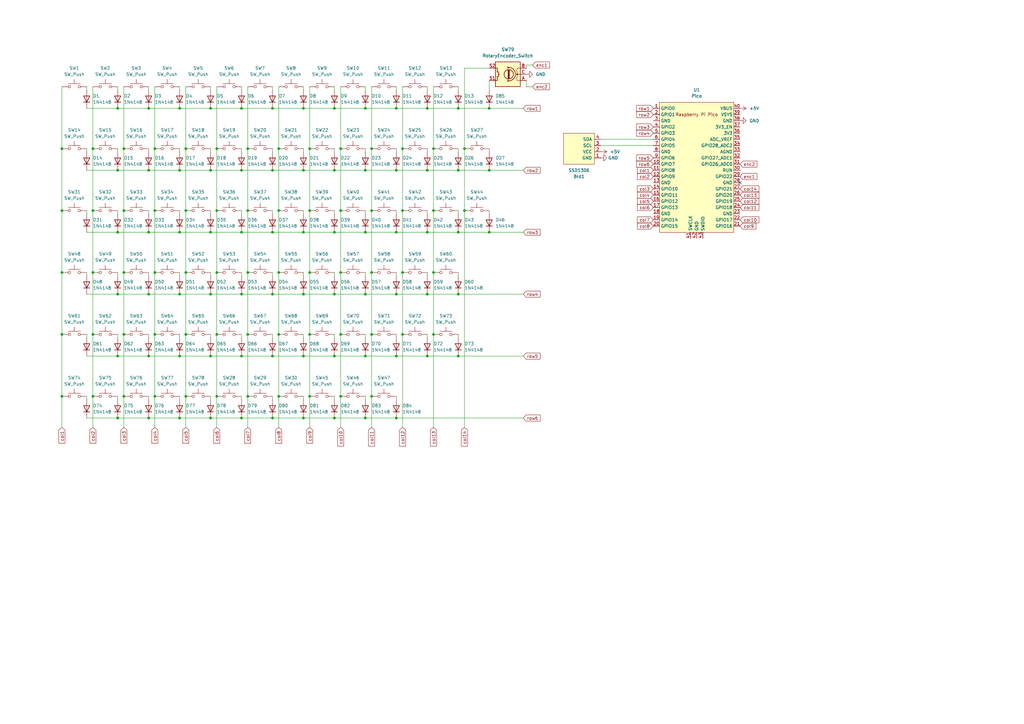
<source format=kicad_sch>
(kicad_sch (version 20231120) (generator "eeschema") (generator_version "8.0")
  (paper "A3")
  (title_block (title "Daamin's HackBoard"))
  (junction (at 76.2 137.16))
  (junction (at 111.76 146.05))
  (junction (at 86.36 171.45))
  (junction (at 99.06 95.25))
  (junction (at 165.1 111.76))
  (junction (at 63.5 111.76))
  (junction (at 124.46 69.85))
  (junction (at 162.56 120.65))
  (junction (at 111.76 95.25))
  (junction (at 114.3 137.16))
  (junction (at 127 137.16))
  (junction (at 25.4 162.56))
  (junction (at 139.7 111.76))
  (junction (at 50.8 162.56))
  (junction (at 124.46 95.25))
  (junction (at 86.36 44.45))
  (junction (at 88.9 111.76))
  (junction (at 25.4 111.76))
  (junction (at 50.8 137.16))
  (junction (at 63.5 162.56))
  (junction (at 88.9 162.56))
  (junction (at 177.8 60.96))
  (junction (at 86.36 146.05))
  (junction (at 114.3 162.56))
  (junction (at 86.36 120.65))
  (junction (at 114.3 86.36))
  (junction (at 99.06 44.45))
  (junction (at 25.4 137.16))
  (junction (at 111.76 120.65))
  (junction (at 60.96 69.85))
  (junction (at 38.1 137.16))
  (junction (at 25.4 60.96))
  (junction (at 60.96 95.25))
  (junction (at 162.56 44.45))
  (junction (at 88.9 86.36))
  (junction (at 76.2 162.56))
  (junction (at 187.96 95.25))
  (junction (at 114.3 111.76))
  (junction (at 152.4 137.16))
  (junction (at 137.16 69.85))
  (junction (at 73.66 44.45))
  (junction (at 149.86 146.05))
  (junction (at 127 162.56))
  (junction (at 76.2 60.96))
  (junction (at 99.06 69.85))
  (junction (at 175.26 69.85))
  (junction (at 48.26 146.05))
  (junction (at 139.7 137.16))
  (junction (at 111.76 69.85))
  (junction (at 200.66 44.45))
  (junction (at 101.6 137.16))
  (junction (at 190.5 60.96))
  (junction (at 137.16 146.05))
  (junction (at 101.6 162.56))
  (junction (at 137.16 171.45))
  (junction (at 177.8 86.36))
  (junction (at 48.26 44.45))
  (junction (at 101.6 60.96))
  (junction (at 38.1 60.96))
  (junction (at 162.56 95.25))
  (junction (at 187.96 44.45))
  (junction (at 111.76 44.45))
  (junction (at 175.26 120.65))
  (junction (at 175.26 44.45))
  (junction (at 73.66 69.85))
  (junction (at 200.66 69.85))
  (junction (at 187.96 146.05))
  (junction (at 187.96 120.65))
  (junction (at 63.5 60.96))
  (junction (at 162.56 69.85))
  (junction (at 139.7 60.96))
  (junction (at 63.5 86.36))
  (junction (at 124.46 120.65))
  (junction (at 200.66 95.25))
  (junction (at 99.06 120.65))
  (junction (at 60.96 171.45))
  (junction (at 73.66 146.05))
  (junction (at 149.86 95.25))
  (junction (at 137.16 95.25))
  (junction (at 50.8 111.76))
  (junction (at 60.96 44.45))
  (junction (at 111.76 171.45))
  (junction (at 25.4 86.36))
  (junction (at 124.46 44.45))
  (junction (at 190.5 86.36))
  (junction (at 162.56 146.05))
  (junction (at 99.06 146.05))
  (junction (at 149.86 120.65))
  (junction (at 165.1 86.36))
  (junction (at 165.1 137.16))
  (junction (at 48.26 69.85))
  (junction (at 152.4 111.76))
  (junction (at 86.36 95.25))
  (junction (at 127 60.96))
  (junction (at 137.16 44.45))
  (junction (at 48.26 120.65))
  (junction (at 139.7 162.56))
  (junction (at 38.1 162.56))
  (junction (at 76.2 86.36))
  (junction (at 149.86 69.85))
  (junction (at 76.2 111.76))
  (junction (at 101.6 111.76))
  (junction (at 73.66 120.65))
  (junction (at 86.36 69.85))
  (junction (at 175.26 146.05))
  (junction (at 149.86 171.45))
  (junction (at 63.5 137.16))
  (junction (at 177.8 111.76))
  (junction (at 149.86 44.45))
  (junction (at 50.8 60.96))
  (junction (at 114.3 60.96))
  (junction (at 124.46 171.45))
  (junction (at 48.26 171.45))
  (junction (at 73.66 171.45))
  (junction (at 152.4 162.56))
  (junction (at 162.56 171.45))
  (junction (at 48.26 95.25))
  (junction (at 60.96 120.65))
  (junction (at 73.66 95.25))
  (junction (at 137.16 120.65))
  (junction (at 99.06 171.45))
  (junction (at 38.1 86.36))
  (junction (at 152.4 86.36))
  (junction (at 124.46 146.05))
  (junction (at 139.7 86.36))
  (junction (at 88.9 137.16))
  (junction (at 50.8 86.36))
  (junction (at 60.96 146.05))
  (junction (at 187.96 69.85))
  (junction (at 101.6 86.36))
  (junction (at 152.4 60.96))
  (junction (at 127 86.36))
  (junction (at 88.9 60.96))
  (junction (at 177.8 137.16))
  (junction (at 38.1 111.76))
  (junction (at 175.26 95.25))
  (junction (at 127 111.76))
  (junction (at 165.1 60.96))
  (no_connect (at 303.53 74.93))
  (wire (pts (xy 86.36 35.56) (xy 86.36 36.83)))
  (wire (pts (xy 177.8 111.76) (xy 177.8 137.16)))
  (wire (pts (xy 187.96 95.25) (xy 200.66 95.25)))
  (wire (pts (xy 86.36 171.45) (xy 99.06 171.45)))
  (wire (pts (xy 60.96 95.25) (xy 73.66 95.25)))
  (wire (pts (xy 48.26 95.25) (xy 60.96 95.25)))
  (wire (pts (xy 137.16 44.45) (xy 149.86 44.45)))
  (wire (pts (xy 187.96 69.85) (xy 200.66 69.85)))
  (wire (pts (xy 139.7 60.96) (xy 139.7 86.36)))
  (wire (pts (xy 86.36 163.83) (xy 86.36 162.56)))
  (wire (pts (xy 38.1 137.16) (xy 38.1 162.56)))
  (wire (pts (xy 127 60.96) (xy 127 86.36)))
  (wire (pts (xy 149.86 146.05) (xy 162.56 146.05)))
  (wire (pts (xy 111.76 35.56) (xy 111.76 36.83)))
  (wire (pts (xy 35.56 44.45) (xy 48.26 44.45)))
  (wire (pts (xy 162.56 146.05) (xy 175.26 146.05)))
  (wire (pts (xy 76.2 162.56) (xy 76.2 175.26)))
  (wire (pts (xy 149.86 60.96) (xy 149.86 62.23)))
  (wire (pts (xy 152.4 86.36) (xy 152.4 111.76)))
  (wire (pts (xy 124.46 69.85) (xy 137.16 69.85)))
  (wire (pts (xy 149.86 95.25) (xy 162.56 95.25)))
  (wire (pts (xy 149.86 138.43) (xy 149.86 137.16)))
  (wire (pts (xy 190.5 60.96) (xy 190.5 27.94)))
  (wire (pts (xy 175.26 113.03) (xy 175.26 111.76)))
  (wire (pts (xy 60.96 138.43) (xy 60.96 137.16)))
  (wire (pts (xy 137.16 35.56) (xy 137.16 36.83)))
  (wire (pts (xy 190.5 27.94) (xy 200.66 27.94)))
  (wire (pts (xy 215.9 35.56) (xy 215.9 33.02)))
  (wire (pts (xy 48.26 60.96) (xy 48.26 62.23)))
  (wire (pts (xy 50.8 137.16) (xy 50.8 162.56)))
  (wire (pts (xy 63.5 162.56) (xy 63.5 175.26)))
  (wire (pts (xy 88.9 162.56) (xy 88.9 175.26)))
  (wire (pts (xy 50.8 35.56) (xy 50.8 60.96)))
  (wire (pts (xy 86.36 120.65) (xy 99.06 120.65)))
  (wire (pts (xy 111.76 171.45) (xy 124.46 171.45)))
  (wire (pts (xy 162.56 60.96) (xy 162.56 62.23)))
  (wire (pts (xy 101.6 162.56) (xy 101.6 175.26)))
  (wire (pts (xy 187.96 113.03) (xy 187.96 111.76)))
  (wire (pts (xy 99.06 95.25) (xy 111.76 95.25)))
  (wire (pts (xy 177.8 35.56) (xy 177.8 60.96)))
  (wire (pts (xy 88.9 60.96) (xy 88.9 86.36)))
  (wire (pts (xy 137.16 171.45) (xy 149.86 171.45)))
  (wire (pts (xy 48.26 146.05) (xy 60.96 146.05)))
  (wire (pts (xy 73.66 120.65) (xy 86.36 120.65)))
  (wire (pts (xy 101.6 111.76) (xy 101.6 137.16)))
  (wire (pts (xy 190.5 60.96) (xy 190.5 86.36)))
  (wire (pts (xy 76.2 111.76) (xy 76.2 137.16)))
  (wire (pts (xy 124.46 44.45) (xy 137.16 44.45)))
  (wire (pts (xy 139.7 137.16) (xy 139.7 162.56)))
  (wire (pts (xy 60.96 171.45) (xy 73.66 171.45)))
  (wire (pts (xy 149.86 35.56) (xy 149.86 36.83)))
  (wire (pts (xy 137.16 120.65) (xy 149.86 120.65)))
  (wire (pts (xy 111.76 163.83) (xy 111.76 162.56)))
  (wire (pts (xy 139.7 111.76) (xy 139.7 137.16)))
  (wire (pts (xy 152.4 137.16) (xy 152.4 162.56)))
  (wire (pts (xy 200.66 44.45) (xy 214.63 44.45)))
  (wire (pts (xy 114.3 162.56) (xy 114.3 175.26)))
  (wire (pts (xy 48.26 35.56) (xy 48.26 36.83)))
  (wire (pts (xy 88.9 137.16) (xy 88.9 162.56)))
  (wire (pts (xy 99.06 87.63) (xy 99.06 86.36)))
  (wire (pts (xy 99.06 138.43) (xy 99.06 137.16)))
  (wire (pts (xy 246.38 57.15) (xy 267.97 57.15)))
  (wire (pts (xy 137.16 138.43) (xy 137.16 137.16)))
  (wire (pts (xy 48.26 120.65) (xy 60.96 120.65)))
  (wire (pts (xy 73.66 35.56) (xy 73.66 36.83)))
  (wire (pts (xy 124.46 60.96) (xy 124.46 62.23)))
  (wire (pts (xy 101.6 86.36) (xy 101.6 111.76)))
  (wire (pts (xy 63.5 35.56) (xy 63.5 60.96)))
  (wire (pts (xy 162.56 35.56) (xy 162.56 36.83)))
  (wire (pts (xy 187.96 35.56) (xy 187.96 36.83)))
  (wire (pts (xy 218.44 26.67) (xy 215.9 26.67)))
  (wire (pts (xy 38.1 111.76) (xy 38.1 137.16)))
  (wire (pts (xy 152.4 35.56) (xy 152.4 60.96)))
  (wire (pts (xy 86.36 69.85) (xy 99.06 69.85)))
  (wire (pts (xy 175.26 146.05) (xy 187.96 146.05)))
  (wire (pts (xy 165.1 60.96) (xy 165.1 86.36)))
  (wire (pts (xy 127 35.56) (xy 127 60.96)))
  (wire (pts (xy 175.26 60.96) (xy 175.26 62.23)))
  (wire (pts (xy 137.16 113.03) (xy 137.16 111.76)))
  (wire (pts (xy 99.06 69.85) (xy 111.76 69.85)))
  (wire (pts (xy 111.76 60.96) (xy 111.76 62.23)))
  (wire (pts (xy 165.1 137.16) (xy 165.1 175.26)))
  (wire (pts (xy 88.9 35.56) (xy 88.9 60.96)))
  (wire (pts (xy 127 162.56) (xy 127 175.26)))
  (wire (pts (xy 48.26 87.63) (xy 48.26 86.36)))
  (wire (pts (xy 35.56 95.25) (xy 48.26 95.25)))
  (wire (pts (xy 137.16 60.96) (xy 137.16 62.23)))
  (wire (pts (xy 175.26 87.63) (xy 175.26 86.36)))
  (wire (pts (xy 187.96 44.45) (xy 200.66 44.45)))
  (wire (pts (xy 111.76 95.25) (xy 124.46 95.25)))
  (wire (pts (xy 114.3 86.36) (xy 114.3 111.76)))
  (wire (pts (xy 111.76 146.05) (xy 124.46 146.05)))
  (wire (pts (xy 175.26 138.43) (xy 175.26 137.16)))
  (wire (pts (xy 162.56 120.65) (xy 175.26 120.65)))
  (wire (pts (xy 149.86 171.45) (xy 162.56 171.45)))
  (wire (pts (xy 63.5 111.76) (xy 63.5 137.16)))
  (wire (pts (xy 35.56 69.85) (xy 48.26 69.85)))
  (wire (pts (xy 177.8 137.16) (xy 177.8 175.26)))
  (wire (pts (xy 200.66 33.02) (xy 200.66 36.83)))
  (wire (pts (xy 60.96 120.65) (xy 73.66 120.65)))
  (wire (pts (xy 60.96 60.96) (xy 60.96 62.23)))
  (wire (pts (xy 76.2 86.36) (xy 76.2 111.76)))
  (wire (pts (xy 73.66 138.43) (xy 73.66 137.16)))
  (wire (pts (xy 137.16 146.05) (xy 149.86 146.05)))
  (wire (pts (xy 86.36 95.25) (xy 99.06 95.25)))
  (wire (pts (xy 162.56 69.85) (xy 175.26 69.85)))
  (wire (pts (xy 111.76 87.63) (xy 111.76 86.36)))
  (wire (pts (xy 73.66 95.25) (xy 86.36 95.25)))
  (wire (pts (xy 60.96 113.03) (xy 60.96 111.76)))
  (wire (pts (xy 35.56 87.63) (xy 35.56 86.36)))
  (wire (pts (xy 177.8 60.96) (xy 177.8 86.36)))
  (wire (pts (xy 73.66 171.45) (xy 86.36 171.45)))
  (wire (pts (xy 99.06 120.65) (xy 111.76 120.65)))
  (wire (pts (xy 162.56 87.63) (xy 162.56 86.36)))
  (wire (pts (xy 162.56 171.45) (xy 214.63 171.45)))
  (wire (pts (xy 124.46 163.83) (xy 124.46 162.56)))
  (wire (pts (xy 101.6 60.96) (xy 101.6 86.36)))
  (wire (pts (xy 35.56 171.45) (xy 48.26 171.45)))
  (wire (pts (xy 177.8 86.36) (xy 177.8 111.76)))
  (wire (pts (xy 25.4 111.76) (xy 25.4 137.16)))
  (wire (pts (xy 137.16 87.63) (xy 137.16 86.36)))
  (wire (pts (xy 73.66 44.45) (xy 86.36 44.45)))
  (wire (pts (xy 48.26 138.43) (xy 48.26 137.16)))
  (wire (pts (xy 63.5 86.36) (xy 63.5 111.76)))
  (wire (pts (xy 114.3 111.76) (xy 114.3 137.16)))
  (wire (pts (xy 63.5 137.16) (xy 63.5 162.56)))
  (wire (pts (xy 149.86 44.45) (xy 162.56 44.45)))
  (wire (pts (xy 73.66 69.85) (xy 86.36 69.85)))
  (wire (pts (xy 175.26 95.25) (xy 187.96 95.25)))
  (wire (pts (xy 124.46 113.03) (xy 124.46 111.76)))
  (wire (pts (xy 73.66 113.03) (xy 73.66 111.76)))
  (wire (pts (xy 127 137.16) (xy 127 162.56)))
  (wire (pts (xy 86.36 60.96) (xy 86.36 62.23)))
  (wire (pts (xy 60.96 35.56) (xy 60.96 36.83)))
  (wire (pts (xy 137.16 163.83) (xy 137.16 162.56)))
  (wire (pts (xy 127 86.36) (xy 127 111.76)))
  (wire (pts (xy 99.06 113.03) (xy 99.06 111.76)))
  (wire (pts (xy 73.66 87.63) (xy 73.66 86.36)))
  (wire (pts (xy 111.76 120.65) (xy 124.46 120.65)))
  (wire (pts (xy 187.96 138.43) (xy 187.96 137.16)))
  (wire (pts (xy 88.9 111.76) (xy 88.9 137.16)))
  (wire (pts (xy 48.26 171.45) (xy 60.96 171.45)))
  (wire (pts (xy 25.4 137.16) (xy 25.4 162.56)))
  (wire (pts (xy 200.66 69.85) (xy 214.63 69.85)))
  (wire (pts (xy 25.4 35.56) (xy 25.4 60.96)))
  (wire (pts (xy 149.86 113.03) (xy 149.86 111.76)))
  (wire (pts (xy 124.46 35.56) (xy 124.46 36.83)))
  (wire (pts (xy 111.76 69.85) (xy 124.46 69.85)))
  (wire (pts (xy 99.06 163.83) (xy 99.06 162.56)))
  (wire (pts (xy 114.3 137.16) (xy 114.3 162.56)))
  (wire (pts (xy 152.4 60.96) (xy 152.4 86.36)))
  (wire (pts (xy 86.36 44.45) (xy 99.06 44.45)))
  (wire (pts (xy 162.56 95.25) (xy 175.26 95.25)))
  (wire (pts (xy 86.36 113.03) (xy 86.36 111.76)))
  (wire (pts (xy 86.36 138.43) (xy 86.36 137.16)))
  (wire (pts (xy 114.3 35.56) (xy 114.3 60.96)))
  (wire (pts (xy 127 111.76) (xy 127 137.16)))
  (wire (pts (xy 38.1 60.96) (xy 38.1 86.36)))
  (wire (pts (xy 187.96 146.05) (xy 214.63 146.05)))
  (wire (pts (xy 124.46 87.63) (xy 124.46 86.36)))
  (wire (pts (xy 38.1 86.36) (xy 38.1 111.76)))
  (wire (pts (xy 139.7 86.36) (xy 139.7 111.76)))
  (wire (pts (xy 35.56 163.83) (xy 35.56 162.56)))
  (wire (pts (xy 124.46 171.45) (xy 137.16 171.45)))
  (wire (pts (xy 200.66 86.36) (xy 200.66 87.63)))
  (wire (pts (xy 35.56 138.43) (xy 35.56 137.16)))
  (wire (pts (xy 60.96 146.05) (xy 73.66 146.05)))
  (wire (pts (xy 215.9 26.67) (xy 215.9 27.94)))
  (wire (pts (xy 38.1 35.56) (xy 38.1 60.96)))
  (wire (pts (xy 50.8 162.56) (xy 50.8 175.26)))
  (wire (pts (xy 99.06 171.45) (xy 111.76 171.45)))
  (wire (pts (xy 149.86 69.85) (xy 162.56 69.85)))
  (wire (pts (xy 124.46 138.43) (xy 124.46 137.16)))
  (wire (pts (xy 187.96 60.96) (xy 187.96 62.23)))
  (wire (pts (xy 63.5 60.96) (xy 63.5 86.36)))
  (wire (pts (xy 111.76 138.43) (xy 111.76 137.16)))
  (wire (pts (xy 200.66 95.25) (xy 214.63 95.25)))
  (wire (pts (xy 111.76 44.45) (xy 124.46 44.45)))
  (wire (pts (xy 124.46 146.05) (xy 137.16 146.05)))
  (wire (pts (xy 149.86 163.83) (xy 149.86 162.56)))
  (wire (pts (xy 25.4 162.56) (xy 25.4 175.26)))
  (wire (pts (xy 149.86 87.63) (xy 149.86 86.36)))
  (wire (pts (xy 99.06 60.96) (xy 99.06 62.23)))
  (wire (pts (xy 35.56 35.56) (xy 35.56 36.83)))
  (wire (pts (xy 162.56 163.83) (xy 162.56 162.56)))
  (wire (pts (xy 48.26 44.45) (xy 60.96 44.45)))
  (wire (pts (xy 162.56 113.03) (xy 162.56 111.76)))
  (wire (pts (xy 175.26 35.56) (xy 175.26 36.83)))
  (wire (pts (xy 86.36 146.05) (xy 99.06 146.05)))
  (wire (pts (xy 50.8 86.36) (xy 50.8 111.76)))
  (wire (pts (xy 101.6 35.56) (xy 101.6 60.96)))
  (wire (pts (xy 48.26 113.03) (xy 48.26 111.76)))
  (wire (pts (xy 60.96 163.83) (xy 60.96 162.56)))
  (wire (pts (xy 165.1 35.56) (xy 165.1 60.96)))
  (wire (pts (xy 99.06 35.56) (xy 99.06 36.83)))
  (wire (pts (xy 152.4 111.76) (xy 152.4 137.16)))
  (wire (pts (xy 73.66 163.83) (xy 73.66 162.56)))
  (wire (pts (xy 200.66 60.96) (xy 200.66 62.23)))
  (wire (pts (xy 162.56 44.45) (xy 175.26 44.45)))
  (wire (pts (xy 60.96 44.45) (xy 73.66 44.45)))
  (wire (pts (xy 35.56 120.65) (xy 48.26 120.65)))
  (wire (pts (xy 149.86 120.65) (xy 162.56 120.65)))
  (wire (pts (xy 35.56 60.96) (xy 35.56 62.23)))
  (wire (pts (xy 25.4 86.36) (xy 25.4 111.76)))
  (wire (pts (xy 114.3 60.96) (xy 114.3 86.36)))
  (wire (pts (xy 162.56 138.43) (xy 162.56 137.16)))
  (wire (pts (xy 38.1 162.56) (xy 38.1 175.26)))
  (wire (pts (xy 99.06 146.05) (xy 111.76 146.05)))
  (wire (pts (xy 124.46 95.25) (xy 137.16 95.25)))
  (wire (pts (xy 35.56 113.03) (xy 35.56 111.76)))
  (wire (pts (xy 88.9 86.36) (xy 88.9 111.76)))
  (wire (pts (xy 175.26 120.65) (xy 187.96 120.65)))
  (wire (pts (xy 73.66 146.05) (xy 86.36 146.05)))
  (wire (pts (xy 60.96 69.85) (xy 73.66 69.85)))
  (wire (pts (xy 48.26 69.85) (xy 60.96 69.85)))
  (wire (pts (xy 137.16 69.85) (xy 149.86 69.85)))
  (wire (pts (xy 86.36 87.63) (xy 86.36 86.36)))
  (wire (pts (xy 25.4 60.96) (xy 25.4 86.36)))
  (wire (pts (xy 76.2 137.16) (xy 76.2 162.56)))
  (wire (pts (xy 101.6 137.16) (xy 101.6 162.56)))
  (wire (pts (xy 175.26 69.85) (xy 187.96 69.85)))
  (wire (pts (xy 165.1 111.76) (xy 165.1 137.16)))
  (wire (pts (xy 99.06 44.45) (xy 111.76 44.45)))
  (wire (pts (xy 139.7 162.56) (xy 139.7 175.26)))
  (wire (pts (xy 35.56 146.05) (xy 48.26 146.05)))
  (wire (pts (xy 50.8 60.96) (xy 50.8 86.36)))
  (wire (pts (xy 73.66 60.96) (xy 73.66 62.23)))
  (wire (pts (xy 152.4 162.56) (xy 152.4 175.26)))
  (wire (pts (xy 48.26 163.83) (xy 48.26 162.56)))
  (wire (pts (xy 187.96 120.65) (xy 214.63 120.65)))
  (wire (pts (xy 50.8 111.76) (xy 50.8 137.16)))
  (wire (pts (xy 111.76 113.03) (xy 111.76 111.76)))
  (wire (pts (xy 60.96 87.63) (xy 60.96 86.36)))
  (wire (pts (xy 175.26 44.45) (xy 187.96 44.45)))
  (wire (pts (xy 76.2 35.56) (xy 76.2 60.96)))
  (wire (pts (xy 124.46 120.65) (xy 137.16 120.65)))
  (wire (pts (xy 76.2 60.96) (xy 76.2 86.36)))
  (wire (pts (xy 246.38 59.69) (xy 267.97 59.69)))
  (wire (pts (xy 165.1 86.36) (xy 165.1 111.76)))
  (wire (pts (xy 137.16 95.25) (xy 149.86 95.25)))
  (wire (pts (xy 187.96 87.63) (xy 187.96 86.36)))
  (wire (pts (xy 218.44 35.56) (xy 215.9 35.56)))
  (wire (pts (xy 190.5 86.36) (xy 190.5 175.26)))
  (wire (pts (xy 139.7 35.56) (xy 139.7 60.96)))
  (global_label "col3" (shape input) (at 50.8 175.26 270) (property "Intersheetrefs" "${INTERSHEET_REFS}" (effects (hide yes))))
  (global_label "col13" (shape input) (at 177.8 175.26 270) (property "Intersheetrefs" "${INTERSHEET_REFS}" (effects (hide yes))))
  (global_label "col11" (shape input) (at 152.4 175.26 270) (property "Intersheetrefs" "${INTERSHEET_REFS}" (effects (hide yes))))
  (global_label "row6" (shape input) (at 267.97 67.31 180) (property "Intersheetrefs" "${INTERSHEET_REFS}" (effects (hide yes))))
  (global_label "row4" (shape input) (at 267.97 54.61 180) (property "Intersheetrefs" "${INTERSHEET_REFS}" (effects (hide yes))))
  (global_label "col4" (shape input) (at 63.5 175.26 270) (property "Intersheetrefs" "${INTERSHEET_REFS}" (effects (hide yes))))
  (global_label "row2" (shape input) (at 267.97 46.99 180) (property "Intersheetrefs" "${INTERSHEET_REFS}" (effects (hide yes))))
  (global_label "enc2" (shape input) (at 303.53 67.31 0) (property "Intersheetrefs" "${INTERSHEET_REFS}" (effects (hide yes))))
  (global_label "col3" (shape input) (at 267.97 77.47 180) (property "Intersheetrefs" "${INTERSHEET_REFS}" (effects (hide yes))))
  (global_label "enc1" (shape input) (at 303.53 72.39 0) (property "Intersheetrefs" "${INTERSHEET_REFS}" (effects (hide yes))))
  (global_label "row6" (shape input) (at 214.63 171.45 0) (property "Intersheetrefs" "${INTERSHEET_REFS}" (effects (hide yes))))
  (global_label "col6" (shape input) (at 88.9 175.26 270) (property "Intersheetrefs" "${INTERSHEET_REFS}" (effects (hide yes))))
  (global_label "row2" (shape input) (at 214.63 69.85 0) (property "Intersheetrefs" "${INTERSHEET_REFS}" (effects (hide yes))))
  (global_label "row4" (shape input) (at 214.63 120.65 0) (property "Intersheetrefs" "${INTERSHEET_REFS}" (effects (hide yes))))
  (global_label "col8" (shape input) (at 114.3 175.26 270) (property "Intersheetrefs" "${INTERSHEET_REFS}" (effects (hide yes))))
  (global_label "col14" (shape input) (at 303.53 77.47 0) (property "Intersheetrefs" "${INTERSHEET_REFS}" (effects (hide yes))))
  (global_label "col7" (shape input) (at 101.6 175.26 270) (property "Intersheetrefs" "${INTERSHEET_REFS}" (effects (hide yes))))
  (global_label "col9" (shape input) (at 303.53 92.71 0) (property "Intersheetrefs" "${INTERSHEET_REFS}" (effects (hide yes))))
  (global_label "col5" (shape input) (at 267.97 82.55 180) (property "Intersheetrefs" "${INTERSHEET_REFS}" (effects (hide yes))))
  (global_label "row5" (shape input) (at 214.63 146.05 0) (property "Intersheetrefs" "${INTERSHEET_REFS}" (effects (hide yes))))
  (global_label "row1" (shape input) (at 214.63 44.45 0) (property "Intersheetrefs" "${INTERSHEET_REFS}" (effects (hide yes))))
  (global_label "col14" (shape input) (at 190.5 175.26 270) (property "Intersheetrefs" "${INTERSHEET_REFS}" (effects (hide yes))))
  (global_label "col8" (shape input) (at 267.97 92.71 180) (property "Intersheetrefs" "${INTERSHEET_REFS}" (effects (hide yes))))
  (global_label "col12" (shape input) (at 303.53 82.55 0) (property "Intersheetrefs" "${INTERSHEET_REFS}" (effects (hide yes))))
  (global_label "row1" (shape input) (at 267.97 44.45 180) (property "Intersheetrefs" "${INTERSHEET_REFS}" (effects (hide yes))))
  (global_label "enc1" (shape input) (at 218.44 26.67 0) (property "Intersheetrefs" "${INTERSHEET_REFS}" (effects (hide yes))))
  (global_label "col12" (shape input) (at 165.1 175.26 270) (property "Intersheetrefs" "${INTERSHEET_REFS}" (effects (hide yes))))
  (global_label "row5" (shape input) (at 267.97 64.77 180) (property "Intersheetrefs" "${INTERSHEET_REFS}" (effects (hide yes))))
  (global_label "col6" (shape input) (at 267.97 85.09 180) (property "Intersheetrefs" "${INTERSHEET_REFS}" (effects (hide yes))))
  (global_label "col2" (shape input) (at 38.1 175.26 270) (property "Intersheetrefs" "${INTERSHEET_REFS}" (effects (hide yes))))
  (global_label "row3" (shape input) (at 267.97 52.07 180) (property "Intersheetrefs" "${INTERSHEET_REFS}" (effects (hide yes))))
  (global_label "col13" (shape input) (at 303.53 80.01 0) (property "Intersheetrefs" "${INTERSHEET_REFS}" (effects (hide yes))))
  (global_label "col9" (shape input) (at 127 175.26 270) (property "Intersheetrefs" "${INTERSHEET_REFS}" (effects (hide yes))))
  (global_label "col10" (shape input) (at 303.53 90.17 0) (property "Intersheetrefs" "${INTERSHEET_REFS}" (effects (hide yes))))
  (global_label "col11" (shape input) (at 303.53 85.09 0) (property "Intersheetrefs" "${INTERSHEET_REFS}" (effects (hide yes))))
  (global_label "row3" (shape input) (at 214.63 95.25 0) (property "Intersheetrefs" "${INTERSHEET_REFS}" (effects (hide yes))))
  (global_label "col1" (shape input) (at 25.4 175.26 270) (property "Intersheetrefs" "${INTERSHEET_REFS}" (effects (hide yes))))
  (global_label "enc2" (shape input) (at 218.44 35.56 0) (property "Intersheetrefs" "${INTERSHEET_REFS}" (effects (hide yes))))
  (global_label "col5" (shape input) (at 76.2 175.26 270) (property "Intersheetrefs" "${INTERSHEET_REFS}" (effects (hide yes))))
  (global_label "col4" (shape input) (at 267.97 80.01 180) (property "Intersheetrefs" "${INTERSHEET_REFS}" (effects (hide yes))))
  (global_label "col10" (shape input) (at 139.7 175.26 270) (property "Intersheetrefs" "${INTERSHEET_REFS}" (effects (hide yes))))
  (global_label "col1" (shape input) (at 267.97 69.85 180) (property "Intersheetrefs" "${INTERSHEET_REFS}" (effects (hide yes))))
  (global_label "col2" (shape input) (at 267.97 72.39 180) (property "Intersheetrefs" "${INTERSHEET_REFS}" (effects (hide yes))))
  (global_label "col7" (shape input) (at 267.97 90.17 180) (property "Intersheetrefs" "${INTERSHEET_REFS}" (effects (hide yes))))
  (symbol (lib_id "Switch:SW_Push") (at 68.58 35.56 0) (unit 1)
    (property "Reference" "SW4" (at 68.58 27.94 0))
    (property "Value" "SW_Push" (at 68.58 30.48 0))
    (property "Footprint" "Button_Switch_Keyboard:SW_Cherry_MX_1.00u_PCB" (effects (hide yes)))
    (property "Description" "Push button switch, generic, two pins" (effects (hide yes)))
  )
  (symbol (lib_id "Switch:SW_Push") (at 157.48 111.76 0) (unit 1)
    (property "Reference" "SW58" (at 157.48 104.14 0))
    (property "Value" "SW_Push" (at 157.48 106.68 0))
    (property "Footprint" "Button_Switch_Keyboard:SW_Cherry_MX_1.00u_PCB" (effects (hide yes)))
    (property "Description" "Push button switch, generic, two pins" (effects (hide yes)))
  )
  (symbol (lib_id "Diode:1N4148") (at 149.86 142.24 90) (unit 1)
    (property "Reference" "D70" (at 152.4 140.9699 90) (effects (justify right)))
    (property "Value" "1N4148" (at 152.4 143.5099 90) (effects (justify right)))
    (property "Footprint" "Diode_THT:D_DO-35_SOD27_P7.62mm_Horizontal" (effects (hide yes)))
    (property "Datasheet" "https://assets.nexperia.com/documents/data-sheet/1N4148_1N4448.pdf" (effects (hide yes)))
    (property "Description" "100V 0.15A standard switching diode, DO-35" (effects (hide yes)))
    (property "Sim.Device" "D" (effects (hide yes)))
    (property "Sim.Pins" "1=K 2=A" (effects (hide yes)))
  )
  (symbol (lib_id "Diode:1N4148") (at 48.26 66.04 90) (unit 1)
    (property "Reference" "D15" (at 50.8 64.7699 90) (effects (justify right)))
    (property "Value" "1N4148" (at 50.8 67.3099 90) (effects (justify right)))
    (property "Footprint" "Diode_THT:D_DO-35_SOD27_P7.62mm_Horizontal" (effects (hide yes)))
    (property "Datasheet" "https://assets.nexperia.com/documents/data-sheet/1N4148_1N4448.pdf" (effects (hide yes)))
    (property "Description" "100V 0.15A standard switching diode, DO-35" (effects (hide yes)))
    (property "Sim.Device" "D" (effects (hide yes)))
    (property "Sim.Pins" "1=K 2=A" (effects (hide yes)))
  )
  (symbol (lib_id "Diode:1N4148") (at 175.26 91.44 90) (unit 1)
    (property "Reference" "D42" (at 177.8 90.1699 90) (effects (justify right)))
    (property "Value" "1N4148" (at 177.8 92.7099 90) (effects (justify right)))
    (property "Footprint" "Diode_THT:D_DO-35_SOD27_P7.62mm_Horizontal" (effects (hide yes)))
    (property "Datasheet" "https://assets.nexperia.com/documents/data-sheet/1N4148_1N4448.pdf" (effects (hide yes)))
    (property "Description" "100V 0.15A standard switching diode, DO-35" (effects (hide yes)))
    (property "Sim.Device" "D" (effects (hide yes)))
    (property "Sim.Pins" "1=K 2=A" (effects (hide yes)))
  )
  (symbol (lib_id "Diode:1N4148") (at 48.26 142.24 90) (unit 1)
    (property "Reference" "D62" (at 50.8 140.9699 90) (effects (justify right)))
    (property "Value" "1N4148" (at 50.8 143.5099 90) (effects (justify right)))
    (property "Footprint" "Diode_THT:D_DO-35_SOD27_P7.62mm_Horizontal" (effects (hide yes)))
    (property "Datasheet" "https://assets.nexperia.com/documents/data-sheet/1N4148_1N4448.pdf" (effects (hide yes)))
    (property "Description" "100V 0.15A standard switching diode, DO-35" (effects (hide yes)))
    (property "Sim.Device" "D" (effects (hide yes)))
    (property "Sim.Pins" "1=K 2=A" (effects (hide yes)))
  )
  (symbol (lib_id "Diode:1N4148") (at 175.26 66.04 90) (unit 1)
    (property "Reference" "D25" (at 177.8 64.7699 90) (effects (justify right)))
    (property "Value" "1N4148" (at 177.8 67.3099 90) (effects (justify right)))
    (property "Footprint" "Diode_THT:D_DO-35_SOD27_P7.62mm_Horizontal" (effects (hide yes)))
    (property "Datasheet" "https://assets.nexperia.com/documents/data-sheet/1N4148_1N4448.pdf" (effects (hide yes)))
    (property "Description" "100V 0.15A standard switching diode, DO-35" (effects (hide yes)))
    (property "Sim.Device" "D" (effects (hide yes)))
    (property "Sim.Pins" "1=K 2=A" (effects (hide yes)))
  )
  (symbol (lib_id "Switch:SW_Push") (at 182.88 35.56 0) (unit 1)
    (property "Reference" "SW13" (at 182.88 27.94 0))
    (property "Value" "SW_Push" (at 182.88 30.48 0))
    (property "Footprint" "Button_Switch_Keyboard:SW_Cherry_MX_1.00u_PCB" (effects (hide yes)))
    (property "Description" "Push button switch, generic, two pins" (effects (hide yes)))
  )
  (symbol (lib_id "Switch:SW_Push") (at 81.28 111.76 0) (unit 1)
    (property "Reference" "SW52" (at 81.28 104.14 0))
    (property "Value" "SW_Push" (at 81.28 106.68 0))
    (property "Footprint" "Button_Switch_Keyboard:SW_Cherry_MX_1.00u_PCB" (effects (hide yes)))
    (property "Description" "Push button switch, generic, two pins" (effects (hide yes)))
  )
  (symbol (lib_id "Switch:SW_Push") (at 157.48 86.36 0) (unit 1)
    (property "Reference" "SW41" (at 157.48 78.74 0))
    (property "Value" "SW_Push" (at 157.48 81.28 0))
    (property "Footprint" "Button_Switch_Keyboard:SW_Cherry_MX_1.00u_PCB" (effects (hide yes)))
    (property "Description" "Push button switch, generic, two pins" (effects (hide yes)))
  )
  (symbol (lib_id "Diode:1N4148") (at 149.86 116.84 90) (unit 1)
    (property "Reference" "D57" (at 152.4 115.5699 90) (effects (justify right)))
    (property "Value" "1N4148" (at 152.4 118.1099 90) (effects (justify right)))
    (property "Footprint" "Diode_THT:D_DO-35_SOD27_P7.62mm_Horizontal" (effects (hide yes)))
    (property "Datasheet" "https://assets.nexperia.com/documents/data-sheet/1N4148_1N4448.pdf" (effects (hide yes)))
    (property "Description" "100V 0.15A standard switching diode, DO-35" (effects (hide yes)))
    (property "Sim.Device" "D" (effects (hide yes)))
    (property "Sim.Pins" "1=K 2=A" (effects (hide yes)))
  )
  (symbol (lib_id "Diode:1N4148") (at 162.56 116.84 90) (unit 1)
    (property "Reference" "D58" (at 165.1 115.5699 90) (effects (justify right)))
    (property "Value" "1N4148" (at 165.1 118.1099 90) (effects (justify right)))
    (property "Footprint" "Diode_THT:D_DO-35_SOD27_P7.62mm_Horizontal" (effects (hide yes)))
    (property "Datasheet" "https://assets.nexperia.com/documents/data-sheet/1N4148_1N4448.pdf" (effects (hide yes)))
    (property "Description" "100V 0.15A standard switching diode, DO-35" (effects (hide yes)))
    (property "Sim.Device" "D" (effects (hide yes)))
    (property "Sim.Pins" "1=K 2=A" (effects (hide yes)))
  )
  (symbol (lib_id "Switch:SW_Push") (at 81.28 86.36 0) (unit 1)
    (property "Reference" "SW35" (at 81.28 78.74 0))
    (property "Value" "SW_Push" (at 81.28 81.28 0))
    (property "Footprint" "Button_Switch_Keyboard:SW_Cherry_MX_1.00u_PCB" (effects (hide yes)))
    (property "Description" "Push button switch, generic, two pins" (effects (hide yes)))
  )
  (symbol (lib_id "Switch:SW_Push") (at 30.48 162.56 0) (unit 1)
    (property "Reference" "SW74" (at 30.48 154.94 0))
    (property "Value" "SW_Push" (at 30.48 157.48 0))
    (property "Footprint" "Button_Switch_Keyboard:SW_Cherry_MX_1.25u_PCB" (effects (hide yes)))
    (property "Description" "Push button switch, generic, two pins" (effects (hide yes)))
  )
  (symbol (lib_id "Switch:SW_Push") (at 30.48 86.36 0) (unit 1)
    (property "Reference" "SW31" (at 30.48 78.74 0))
    (property "Value" "SW_Push" (at 30.48 81.28 0))
    (property "Footprint" "Button_Switch_Keyboard:SW_Cherry_MX_1.50u_PCB" (effects (hide yes)))
    (property "Description" "Push button switch, generic, two pins" (effects (hide yes)))
  )
  (symbol (lib_id "Switch:SW_Push") (at 43.18 137.16 0) (unit 1)
    (property "Reference" "SW62" (at 43.18 129.54 0))
    (property "Value" "SW_Push" (at 43.18 132.08 0))
    (property "Footprint" "Button_Switch_Keyboard:SW_Cherry_MX_1.00u_PCB" (effects (hide yes)))
    (property "Description" "Push button switch, generic, two pins" (effects (hide yes)))
  )
  (symbol (lib_id "Switch:SW_Push") (at 106.68 86.36 0) (unit 1)
    (property "Reference" "SW37" (at 106.68 78.74 0))
    (property "Value" "SW_Push" (at 106.68 81.28 0))
    (property "Footprint" "Button_Switch_Keyboard:SW_Cherry_MX_1.00u_PCB" (effects (hide yes)))
    (property "Description" "Push button switch, generic, two pins" (effects (hide yes)))
  )
  (symbol (lib_id "Switch:SW_Push") (at 119.38 137.16 0) (unit 1)
    (property "Reference" "SW68" (at 119.38 129.54 0))
    (property "Value" "SW_Push" (at 119.38 132.08 0))
    (property "Footprint" "Button_Switch_Keyboard:SW_Cherry_MX_1.00u_PCB" (effects (hide yes)))
    (property "Description" "Push button switch, generic, two pins" (effects (hide yes)))
  )
  (symbol (lib_id "Diode:1N4148") (at 86.36 40.64 90) (unit 1)
    (property "Reference" "D5" (at 88.9 39.3699 90) (effects (justify right)))
    (property "Value" "1N4148" (at 88.9 41.9099 90) (effects (justify right)))
    (property "Footprint" "Diode_THT:D_DO-35_SOD27_P7.62mm_Horizontal" (effects (hide yes)))
    (property "Datasheet" "https://assets.nexperia.com/documents/data-sheet/1N4148_1N4448.pdf" (effects (hide yes)))
    (property "Description" "100V 0.15A standard switching diode, DO-35" (effects (hide yes)))
    (property "Sim.Device" "D" (effects (hide yes)))
    (property "Sim.Pins" "1=K 2=A" (effects (hide yes)))
  )
  (symbol (lib_id "Switch:SW_Push") (at 68.58 111.76 0) (unit 1)
    (property "Reference" "SW51" (at 68.58 104.14 0))
    (property "Value" "SW_Push" (at 68.58 106.68 0))
    (property "Footprint" "Button_Switch_Keyboard:SW_Cherry_MX_1.00u_PCB" (effects (hide yes)))
    (property "Description" "Push button switch, generic, two pins" (effects (hide yes)))
  )
  (symbol (lib_id "Switch:SW_Push") (at 55.88 60.96 0) (unit 1)
    (property "Reference" "SW16" (at 55.88 53.34 0))
    (property "Value" "SW_Push" (at 55.88 55.88 0))
    (property "Footprint" "Button_Switch_Keyboard:SW_Cherry_MX_1.00u_PCB" (effects (hide yes)))
    (property "Description" "Push button switch, generic, two pins" (effects (hide yes)))
  )
  (symbol (lib_id "Switch:SW_Push") (at 119.38 86.36 0) (unit 1)
    (property "Reference" "SW38" (at 119.38 78.74 0))
    (property "Value" "SW_Push" (at 119.38 81.28 0))
    (property "Footprint" "Button_Switch_Keyboard:SW_Cherry_MX_1.00u_PCB" (effects (hide yes)))
    (property "Description" "Push button switch, generic, two pins" (effects (hide yes)))
  )
  (symbol (lib_id "Switch:SW_Push") (at 132.08 162.56 0) (unit 1)
    (property "Reference" "SW45" (at 132.08 154.94 0))
    (property "Value" "SW_Push" (at 132.08 157.48 0))
    (property "Footprint" "Button_Switch_Keyboard:SW_Cherry_MX_1.00u_PCB" (effects (hide yes)))
    (property "Description" "Push button switch, generic, two pins" (effects (hide yes)))
  )
  (symbol (lib_id "power:GND") (at 246.38 64.77 90) (unit 1)
    (property "Reference" "#PWR02" (effects (hide yes)))
    (property "Value" "GND" (at 251.46 64.77 90))
    (property "Description" "Power symbol creates a global label with name \"GND\" , ground" (effects (hide yes)))
  )
  (symbol (lib_id "power:+5V") (at 303.53 44.45 270) (unit 1)
    (property "Reference" "#PWR03" (effects (hide yes)))
    (property "Value" "+5V" (at 307.34 44.4499 90) (effects (justify left)))
    (property "Description" "Power symbol creates a global label with name \"+5V\"" (effects (hide yes)))
  )
  (symbol (lib_id "power:+5V") (at 246.38 62.23 270) (unit 1)
    (property "Reference" "#PWR01" (effects (hide yes)))
    (property "Value" "+5V" (at 250.19 62.23 90) (effects (justify left)))
    (property "Description" "Power symbol creates a global label with name \"+5V\"" (effects (hide yes)))
  )
  (symbol (lib_id "Switch:SW_Push") (at 119.38 60.96 0) (unit 1)
    (property "Reference" "SW21" (at 119.38 53.34 0))
    (property "Value" "SW_Push" (at 119.38 55.88 0))
    (property "Footprint" "Button_Switch_Keyboard:SW_Cherry_MX_1.00u_PCB" (effects (hide yes)))
    (property "Description" "Push button switch, generic, two pins" (effects (hide yes)))
  )
  (symbol (lib_id "Diode:1N4148") (at 60.96 66.04 90) (unit 1)
    (property "Reference" "D16" (at 63.5 64.7699 90) (effects (justify right)))
    (property "Value" "1N4148" (at 63.5 67.3099 90) (effects (justify right)))
    (property "Footprint" "Diode_THT:D_DO-35_SOD27_P7.62mm_Horizontal" (effects (hide yes)))
    (property "Datasheet" "https://assets.nexperia.com/documents/data-sheet/1N4148_1N4448.pdf" (effects (hide yes)))
    (property "Description" "100V 0.15A standard switching diode, DO-35" (effects (hide yes)))
    (property "Sim.Device" "D" (effects (hide yes)))
    (property "Sim.Pins" "1=K 2=A" (effects (hide yes)))
  )
  (symbol (lib_id "Diode:1N4148") (at 162.56 91.44 90) (unit 1)
    (property "Reference" "D41" (at 165.1 90.1699 90) (effects (justify right)))
    (property "Value" "1N4148" (at 165.1 92.7099 90) (effects (justify right)))
    (property "Footprint" "Diode_THT:D_DO-35_SOD27_P7.62mm_Horizontal" (effects (hide yes)))
    (property "Datasheet" "https://assets.nexperia.com/documents/data-sheet/1N4148_1N4448.pdf" (effects (hide yes)))
    (property "Description" "100V 0.15A standard switching diode, DO-35" (effects (hide yes)))
    (property "Sim.Device" "D" (effects (hide yes)))
    (property "Sim.Pins" "1=K 2=A" (effects (hide yes)))
  )
  (symbol (lib_id "Switch:SW_Push") (at 157.48 162.56 0) (unit 1)
    (property "Reference" "SW47" (at 157.48 154.94 0))
    (property "Value" "SW_Push" (at 157.48 157.48 0))
    (property "Footprint" "Button_Switch_Keyboard:SW_Cherry_MX_1.00u_PCB" (effects (hide yes)))
    (property "Description" "Push button switch, generic, two pins" (effects (hide yes)))
  )
  (symbol (lib_id "Switch:SW_Push") (at 144.78 111.76 0) (unit 1)
    (property "Reference" "SW57" (at 144.78 104.14 0))
    (property "Value" "SW_Push" (at 144.78 106.68 0))
    (property "Footprint" "Button_Switch_Keyboard:SW_Cherry_MX_1.00u_PCB" (effects (hide yes)))
    (property "Description" "Push button switch, generic, two pins" (effects (hide yes)))
  )
  (symbol (lib_id "Diode:1N4148") (at 111.76 167.64 90) (unit 1)
    (property "Reference" "D80" (at 114.3 166.3699 90) (effects (justify right)))
    (property "Value" "1N4148" (at 114.3 168.9099 90) (effects (justify right)))
    (property "Footprint" "Diode_THT:D_DO-35_SOD27_P7.62mm_Horizontal" (effects (hide yes)))
    (property "Datasheet" "https://assets.nexperia.com/documents/data-sheet/1N4148_1N4448.pdf" (effects (hide yes)))
    (property "Description" "100V 0.15A standard switching diode, DO-35" (effects (hide yes)))
    (property "Sim.Device" "D" (effects (hide yes)))
    (property "Sim.Pins" "1=K 2=A" (effects (hide yes)))
  )
  (symbol (lib_id "Diode:1N4148") (at 175.26 116.84 90) (unit 1)
    (property "Reference" "D59" (at 177.8 115.5699 90) (effects (justify right)))
    (property "Value" "1N4148" (at 177.8 118.1099 90) (effects (justify right)))
    (property "Footprint" "Diode_THT:D_DO-35_SOD27_P7.62mm_Horizontal" (effects (hide yes)))
    (property "Datasheet" "https://assets.nexperia.com/documents/data-sheet/1N4148_1N4448.pdf" (effects (hide yes)))
    (property "Description" "100V 0.15A standard switching diode, DO-35" (effects (hide yes)))
    (property "Sim.Device" "D" (effects (hide yes)))
    (property "Sim.Pins" "1=K 2=A" (effects (hide yes)))
  )
  (symbol (lib_id "Diode:1N4148") (at 137.16 40.64 90) (unit 1)
    (property "Reference" "D9" (at 139.7 39.3699 90) (effects (justify right)))
    (property "Value" "1N4148" (at 139.7 41.9099 90) (effects (justify right)))
    (property "Footprint" "Diode_THT:D_DO-35_SOD27_P7.62mm_Horizontal" (effects (hide yes)))
    (property "Datasheet" "https://assets.nexperia.com/documents/data-sheet/1N4148_1N4448.pdf" (effects (hide yes)))
    (property "Description" "100V 0.15A standard switching diode, DO-35" (effects (hide yes)))
    (property "Sim.Device" "D" (effects (hide yes)))
    (property "Sim.Pins" "1=K 2=A" (effects (hide yes)))
  )
  (symbol (lib_id "power:GND") (at 215.9 30.48 90) (unit 1)
    (property "Reference" "#PWR05" (effects (hide yes)))
    (property "Value" "GND" (at 219.71 30.4799 90) (effects (justify right)))
    (property "Description" "Power symbol creates a global label with name \"GND\" , ground" (effects (hide yes)))
  )
  (symbol (lib_id "Switch:SW_Push") (at 132.08 35.56 0) (unit 1)
    (property "Reference" "SW9" (at 132.08 27.94 0))
    (property "Value" "SW_Push" (at 132.08 30.48 0))
    (property "Footprint" "Button_Switch_Keyboard:SW_Cherry_MX_1.00u_PCB" (effects (hide yes)))
    (property "Description" "Push button switch, generic, two pins" (effects (hide yes)))
  )
  (symbol (lib_id "Diode:1N4148") (at 111.76 40.64 90) (unit 1)
    (property "Reference" "D7" (at 114.3 39.3699 90) (effects (justify right)))
    (property "Value" "1N4148" (at 114.3 41.9099 90) (effects (justify right)))
    (property "Footprint" "Diode_THT:D_DO-35_SOD27_P7.62mm_Horizontal" (effects (hide yes)))
    (property "Datasheet" "https://assets.nexperia.com/documents/data-sheet/1N4148_1N4448.pdf" (effects (hide yes)))
    (property "Description" "100V 0.15A standard switching diode, DO-35" (effects (hide yes)))
    (property "Sim.Device" "D" (effects (hide yes)))
    (property "Sim.Pins" "1=K 2=A" (effects (hide yes)))
  )
  (symbol (lib_id "power:GND") (at 303.53 49.53 90) (unit 1)
    (property "Reference" "#PWR04" (effects (hide yes)))
    (property "Value" "GND" (at 307.34 49.5299 90) (effects (justify right)))
    (property "Description" "Power symbol creates a global label with name \"GND\" , ground" (effects (hide yes)))
  )
  (symbol (lib_id "Diode:1N4148") (at 137.16 66.04 90) (unit 1)
    (property "Reference" "D22" (at 139.7 64.7699 90) (effects (justify right)))
    (property "Value" "1N4148" (at 139.7 67.3099 90) (effects (justify right)))
    (property "Footprint" "Diode_THT:D_DO-35_SOD27_P7.62mm_Horizontal" (effects (hide yes)))
    (property "Datasheet" "https://assets.nexperia.com/documents/data-sheet/1N4148_1N4448.pdf" (effects (hide yes)))
    (property "Description" "100V 0.15A standard switching diode, DO-35" (effects (hide yes)))
    (property "Sim.Device" "D" (effects (hide yes)))
    (property "Sim.Pins" "1=K 2=A" (effects (hide yes)))
  )
  (symbol (lib_id "Diode:1N4148") (at 60.96 91.44 90) (unit 1)
    (property "Reference" "D33" (at 63.5 90.1699 90) (effects (justify right)))
    (property "Value" "1N4148" (at 63.5 92.7099 90) (effects (justify right)))
    (property "Footprint" "Diode_THT:D_DO-35_SOD27_P7.62mm_Horizontal" (effects (hide yes)))
    (property "Datasheet" "https://assets.nexperia.com/documents/data-sheet/1N4148_1N4448.pdf" (effects (hide yes)))
    (property "Description" "100V 0.15A standard switching diode, DO-35" (effects (hide yes)))
    (property "Sim.Device" "D" (effects (hide yes)))
    (property "Sim.Pins" "1=K 2=A" (effects (hide yes)))
  )
  (symbol (lib_id "Diode:1N4148") (at 187.96 116.84 90) (unit 1)
    (property "Reference" "D60" (at 190.5 115.5699 90) (effects (justify right)))
    (property "Value" "1N4148" (at 190.5 118.1099 90) (effects (justify right)))
    (property "Footprint" "Diode_THT:D_DO-35_SOD27_P7.62mm_Horizontal" (effects (hide yes)))
    (property "Datasheet" "https://assets.nexperia.com/documents/data-sheet/1N4148_1N4448.pdf" (effects (hide yes)))
    (property "Description" "100V 0.15A standard switching diode, DO-35" (effects (hide yes)))
    (property "Sim.Device" "D" (effects (hide yes)))
    (property "Sim.Pins" "1=K 2=A" (effects (hide yes)))
  )
  (symbol (lib_id "Diode:1N4148") (at 187.96 91.44 90) (unit 1)
    (property "Reference" "D43" (at 190.5 90.1699 90) (effects (justify right)))
    (property "Value" "1N4148" (at 190.5 92.7099 90) (effects (justify right)))
    (property "Footprint" "Diode_THT:D_DO-35_SOD27_P7.62mm_Horizontal" (effects (hide yes)))
    (property "Datasheet" "https://assets.nexperia.com/documents/data-sheet/1N4148_1N4448.pdf" (effects (hide yes)))
    (property "Description" "100V 0.15A standard switching diode, DO-35" (effects (hide yes)))
    (property "Sim.Device" "D" (effects (hide yes)))
    (property "Sim.Pins" "1=K 2=A" (effects (hide yes)))
  )
  (symbol (lib_id "Diode:1N4148") (at 162.56 40.64 90) (unit 1)
    (property "Reference" "D11" (at 165.1 39.3699 90) (effects (justify right)))
    (property "Value" "1N4148" (at 165.1 41.9099 90) (effects (justify right)))
    (property "Footprint" "Diode_THT:D_DO-35_SOD27_P7.62mm_Horizontal" (effects (hide yes)))
    (property "Datasheet" "https://assets.nexperia.com/documents/data-sheet/1N4148_1N4448.pdf" (effects (hide yes)))
    (property "Description" "100V 0.15A standard switching diode, DO-35" (effects (hide yes)))
    (property "Sim.Device" "D" (effects (hide yes)))
    (property "Sim.Pins" "1=K 2=A" (effects (hide yes)))
  )
  (symbol (lib_id "Diode:1N4148") (at 99.06 167.64 90) (unit 1)
    (property "Reference" "D79" (at 101.6 166.3699 90) (effects (justify right)))
    (property "Value" "1N4148" (at 101.6 168.9099 90) (effects (justify right)))
    (property "Footprint" "Diode_THT:D_DO-35_SOD27_P7.62mm_Horizontal" (effects (hide yes)))
    (property "Datasheet" "https://assets.nexperia.com/documents/data-sheet/1N4148_1N4448.pdf" (effects (hide yes)))
    (property "Description" "100V 0.15A standard switching diode, DO-35" (effects (hide yes)))
    (property "Sim.Device" "D" (effects (hide yes)))
    (property "Sim.Pins" "1=K 2=A" (effects (hide yes)))
  )
  (symbol (lib_id "Diode:1N4148") (at 73.66 91.44 90) (unit 1)
    (property "Reference" "D34" (at 76.2 90.1699 90) (effects (justify right)))
    (property "Value" "1N4148" (at 76.2 92.7099 90) (effects (justify right)))
    (property "Footprint" "Diode_THT:D_DO-35_SOD27_P7.62mm_Horizontal" (effects (hide yes)))
    (property "Datasheet" "https://assets.nexperia.com/documents/data-sheet/1N4148_1N4448.pdf" (effects (hide yes)))
    (property "Description" "100V 0.15A standard switching diode, DO-35" (effects (hide yes)))
    (property "Sim.Device" "D" (effects (hide yes)))
    (property "Sim.Pins" "1=K 2=A" (effects (hide yes)))
  )
  (symbol (lib_id "Switch:SW_Push") (at 182.88 137.16 0) (unit 1)
    (property "Reference" "SW73" (at 182.88 129.54 0))
    (property "Value" "SW_Push" (at 182.88 132.08 0))
    (property "Footprint" "Button_Switch_Keyboard:SW_Cherry_MX_1.00u_PCB" (effects (hide yes)))
    (property "Description" "Push button switch, generic, two pins" (effects (hide yes)))
  )
  (symbol (lib_id "Switch:SW_Push") (at 132.08 86.36 0) (unit 1)
    (property "Reference" "SW39" (at 132.08 78.74 0))
    (property "Value" "SW_Push" (at 132.08 81.28 0))
    (property "Footprint" "Button_Switch_Keyboard:SW_Cherry_MX_1.00u_PCB" (effects (hide yes)))
    (property "Description" "Push button switch, generic, two pins" (effects (hide yes)))
  )
  (symbol (lib_id "Diode:1N4148") (at 60.96 40.64 90) (unit 1)
    (property "Reference" "D3" (at 63.5 39.3699 90) (effects (justify right)))
    (property "Value" "1N4148" (at 63.5 41.9099 90) (effects (justify right)))
    (property "Footprint" "Diode_THT:D_DO-35_SOD27_P7.62mm_Horizontal" (effects (hide yes)))
    (property "Datasheet" "https://assets.nexperia.com/documents/data-sheet/1N4148_1N4448.pdf" (effects (hide yes)))
    (property "Description" "100V 0.15A standard switching diode, DO-35" (effects (hide yes)))
    (property "Sim.Device" "D" (effects (hide yes)))
    (property "Sim.Pins" "1=K 2=A" (effects (hide yes)))
  )
  (symbol (lib_id "Switch:SW_Push") (at 30.48 137.16 0) (unit 1)
    (property "Reference" "SW61" (at 30.48 129.54 0))
    (property "Value" "SW_Push" (at 30.48 132.08 0))
    (property "Footprint" "Button_Switch_Keyboard:SW_Cherry_MX_2.25u_PCB" (effects (hide yes)))
    (property "Description" "Push button switch, generic, two pins" (effects (hide yes)))
  )
  (symbol (lib_id "Switch:SW_Push") (at 144.78 137.16 0) (unit 1)
    (property "Reference" "SW70" (at 144.78 129.54 0))
    (property "Value" "SW_Push" (at 144.78 132.08 0))
    (property "Footprint" "Button_Switch_Keyboard:SW_Cherry_MX_1.00u_PCB" (effects (hide yes)))
    (property "Description" "Push button switch, generic, two pins" (effects (hide yes)))
  )
  (symbol (lib_id "Switch:SW_Push") (at 157.48 60.96 0) (unit 1)
    (property "Reference" "SW24" (at 157.48 53.34 0))
    (property "Value" "SW_Push" (at 157.48 55.88 0))
    (property "Footprint" "Button_Switch_Keyboard:SW_Cherry_MX_1.00u_PCB" (effects (hide yes)))
    (property "Description" "Push button switch, generic, two pins" (effects (hide yes)))
  )
  (symbol (lib_id "Diode:1N4148") (at 86.36 116.84 90) (unit 1)
    (property "Reference" "D52" (at 88.9 115.5699 90) (effects (justify right)))
    (property "Value" "1N4148" (at 88.9 118.1099 90) (effects (justify right)))
    (property "Footprint" "Diode_THT:D_DO-35_SOD27_P7.62mm_Horizontal" (effects (hide yes)))
    (property "Datasheet" "https://assets.nexperia.com/documents/data-sheet/1N4148_1N4448.pdf" (effects (hide yes)))
    (property "Description" "100V 0.15A standard switching diode, DO-35" (effects (hide yes)))
    (property "Sim.Device" "D" (effects (hide yes)))
    (property "Sim.Pins" "1=K 2=A" (effects (hide yes)))
  )
  (symbol (lib_id "Diode:1N4148") (at 60.96 142.24 90) (unit 1)
    (property "Reference" "D63" (at 63.5 140.9699 90) (effects (justify right)))
    (property "Value" "1N4148" (at 63.5 143.5099 90) (effects (justify right)))
    (property "Footprint" "Diode_THT:D_DO-35_SOD27_P7.62mm_Horizontal" (effects (hide yes)))
    (property "Datasheet" "https://assets.nexperia.com/documents/data-sheet/1N4148_1N4448.pdf" (effects (hide yes)))
    (property "Description" "100V 0.15A standard switching diode, DO-35" (effects (hide yes)))
    (property "Sim.Device" "D" (effects (hide yes)))
    (property "Sim.Pins" "1=K 2=A" (effects (hide yes)))
  )
  (symbol (lib_id "Switch:SW_Push") (at 43.18 35.56 0) (unit 1)
    (property "Reference" "SW2" (at 43.18 27.94 0))
    (property "Value" "SW_Push" (at 43.18 30.48 0))
    (property "Footprint" "Button_Switch_Keyboard:SW_Cherry_MX_1.00u_PCB" (effects (hide yes)))
    (property "Description" "Push button switch, generic, two pins" (effects (hide yes)))
  )
  (symbol (lib_id "Diode:1N4148") (at 124.46 66.04 90) (unit 1)
    (property "Reference" "D21" (at 127 64.7699 90) (effects (justify right)))
    (property "Value" "1N4148" (at 127 67.3099 90) (effects (justify right)))
    (property "Footprint" "Diode_THT:D_DO-35_SOD27_P7.62mm_Horizontal" (effects (hide yes)))
    (property "Datasheet" "https://assets.nexperia.com/documents/data-sheet/1N4148_1N4448.pdf" (effects (hide yes)))
    (property "Description" "100V 0.15A standard switching diode, DO-35" (effects (hide yes)))
    (property "Sim.Device" "D" (effects (hide yes)))
    (property "Sim.Pins" "1=K 2=A" (effects (hide yes)))
  )
  (symbol (lib_id "Switch:SW_Push") (at 132.08 60.96 0) (unit 1)
    (property "Reference" "SW22" (at 132.08 53.34 0))
    (property "Value" "SW_Push" (at 132.08 55.88 0))
    (property "Footprint" "Button_Switch_Keyboard:SW_Cherry_MX_1.00u_PCB" (effects (hide yes)))
    (property "Description" "Push button switch, generic, two pins" (effects (hide yes)))
  )
  (symbol (lib_id "Switch:SW_Push") (at 93.98 111.76 0) (unit 1)
    (property "Reference" "SW53" (at 93.98 104.14 0))
    (property "Value" "SW_Push" (at 93.98 106.68 0))
    (property "Footprint" "Button_Switch_Keyboard:SW_Cherry_MX_1.00u_PCB" (effects (hide yes)))
    (property "Description" "Push button switch, generic, two pins" (effects (hide yes)))
  )
  (symbol (lib_id "Switch:SW_Push") (at 43.18 111.76 0) (unit 1)
    (property "Reference" "SW49" (at 43.18 104.14 0))
    (property "Value" "SW_Push" (at 43.18 106.68 0))
    (property "Footprint" "Button_Switch_Keyboard:SW_Cherry_MX_1.00u_PCB" (effects (hide yes)))
    (property "Description" "Push button switch, generic, two pins" (effects (hide yes)))
  )
  (symbol (lib_id "Diode:1N4148") (at 48.26 116.84 90) (unit 1)
    (property "Reference" "D49" (at 50.8 115.5699 90) (effects (justify right)))
    (property "Value" "1N4148" (at 50.8 118.1099 90) (effects (justify right)))
    (property "Footprint" "Diode_THT:D_DO-35_SOD27_P7.62mm_Horizontal" (effects (hide yes)))
    (property "Datasheet" "https://assets.nexperia.com/documents/data-sheet/1N4148_1N4448.pdf" (effects (hide yes)))
    (property "Description" "100V 0.15A standard switching diode, DO-35" (effects (hide yes)))
    (property "Sim.Device" "D" (effects (hide yes)))
    (property "Sim.Pins" "1=K 2=A" (effects (hide yes)))
  )
  (symbol (lib_id "Diode:1N4148") (at 99.06 142.24 90) (unit 1)
    (property "Reference" "D66" (at 101.6 140.9699 90) (effects (justify right)))
    (property "Value" "1N4148" (at 101.6 143.5099 90) (effects (justify right)))
    (property "Footprint" "Diode_THT:D_DO-35_SOD27_P7.62mm_Horizontal" (effects (hide yes)))
    (property "Datasheet" "https://assets.nexperia.com/documents/data-sheet/1N4148_1N4448.pdf" (effects (hide yes)))
    (property "Description" "100V 0.15A standard switching diode, DO-35" (effects (hide yes)))
    (property "Sim.Device" "D" (effects (hide yes)))
    (property "Sim.Pins" "1=K 2=A" (effects (hide yes)))
  )
  (symbol (lib_id "Diode:1N4148") (at 48.26 91.44 90) (unit 1)
    (property "Reference" "D32" (at 50.8 90.1699 90) (effects (justify right)))
    (property "Value" "1N4148" (at 50.8 92.7099 90) (effects (justify right)))
    (property "Footprint" "Diode_THT:D_DO-35_SOD27_P7.62mm_Horizontal" (effects (hide yes)))
    (property "Datasheet" "https://assets.nexperia.com/documents/data-sheet/1N4148_1N4448.pdf" (effects (hide yes)))
    (property "Description" "100V 0.15A standard switching diode, DO-35" (effects (hide yes)))
    (property "Sim.Device" "D" (effects (hide yes)))
    (property "Sim.Pins" "1=K 2=A" (effects (hide yes)))
  )
  (symbol (lib_id "Diode:1N4148") (at 86.36 167.64 90) (unit 1)
    (property "Reference" "D78" (at 88.9 166.3699 90) (effects (justify right)))
    (property "Value" "1N4148" (at 88.9 168.9099 90) (effects (justify right)))
    (property "Footprint" "Diode_THT:D_DO-35_SOD27_P7.62mm_Horizontal" (effects (hide yes)))
    (property "Datasheet" "https://assets.nexperia.com/documents/data-sheet/1N4148_1N4448.pdf" (effects (hide yes)))
    (property "Description" "100V 0.15A standard switching diode, DO-35" (effects (hide yes)))
    (property "Sim.Device" "D" (effects (hide yes)))
    (property "Sim.Pins" "1=K 2=A" (effects (hide yes)))
  )
  (symbol (lib_id "Diode:1N4148") (at 73.66 116.84 90) (unit 1)
    (property "Reference" "D51" (at 76.2 115.5699 90) (effects (justify right)))
    (property "Value" "1N4148" (at 76.2 118.1099 90) (effects (justify right)))
    (property "Footprint" "Diode_THT:D_DO-35_SOD27_P7.62mm_Horizontal" (effects (hide yes)))
    (property "Datasheet" "https://assets.nexperia.com/documents/data-sheet/1N4148_1N4448.pdf" (effects (hide yes)))
    (property "Description" "100V 0.15A standard switching diode, DO-35" (effects (hide yes)))
    (property "Sim.Device" "D" (effects (hide yes)))
    (property "Sim.Pins" "1=K 2=A" (effects (hide yes)))
  )
  (symbol (lib_id "Switch:SW_Push") (at 132.08 111.76 0) (unit 1)
    (property "Reference" "SW56" (at 132.08 104.14 0))
    (property "Value" "SW_Push" (at 132.08 106.68 0))
    (property "Footprint" "Button_Switch_Keyboard:SW_Cherry_MX_1.00u_PCB" (effects (hide yes)))
    (property "Description" "Push button switch, generic, two pins" (effects (hide yes)))
  )
  (symbol (lib_id "Diode:1N4148") (at 200.66 40.64 90) (unit 1)
    (property "Reference" "D85" (at 203.2 39.3699 90) (effects (justify right)))
    (property "Value" "1N4148" (at 203.2 41.9099 90) (effects (justify right)))
    (property "Footprint" "Diode_THT:D_DO-35_SOD27_P7.62mm_Horizontal" (effects (hide yes)))
    (property "Datasheet" "https://assets.nexperia.com/documents/data-sheet/1N4148_1N4448.pdf" (effects (hide yes)))
    (property "Description" "100V 0.15A standard switching diode, DO-35" (effects (hide yes)))
    (property "Sim.Device" "D" (effects (hide yes)))
    (property "Sim.Pins" "1=K 2=A" (effects (hide yes)))
  )
  (symbol (lib_id "Switch:SW_Push") (at 68.58 86.36 0) (unit 1)
    (property "Reference" "SW34" (at 68.58 78.74 0))
    (property "Value" "SW_Push" (at 68.58 81.28 0))
    (property "Footprint" "Button_Switch_Keyboard:SW_Cherry_MX_1.00u_PCB" (effects (hide yes)))
    (property "Description" "Push button switch, generic, two pins" (effects (hide yes)))
  )
  (symbol (lib_id "Diode:1N4148") (at 137.16 91.44 90) (unit 1)
    (property "Reference" "D39" (at 139.7 90.1699 90) (effects (justify right)))
    (property "Value" "1N4148" (at 139.7 92.7099 90) (effects (justify right)))
    (property "Footprint" "Diode_THT:D_DO-35_SOD27_P7.62mm_Horizontal" (effects (hide yes)))
    (property "Datasheet" "https://assets.nexperia.com/documents/data-sheet/1N4148_1N4448.pdf" (effects (hide yes)))
    (property "Description" "100V 0.15A standard switching diode, DO-35" (effects (hide yes)))
    (property "Sim.Device" "D" (effects (hide yes)))
    (property "Sim.Pins" "1=K 2=A" (effects (hide yes)))
  )
  (symbol (lib_id "Diode:1N4148") (at 149.86 66.04 90) (unit 1)
    (property "Reference" "D23" (at 152.4 64.7699 90) (effects (justify right)))
    (property "Value" "1N4148" (at 152.4 67.3099 90) (effects (justify right)))
    (property "Footprint" "Diode_THT:D_DO-35_SOD27_P7.62mm_Horizontal" (effects (hide yes)))
    (property "Datasheet" "https://assets.nexperia.com/documents/data-sheet/1N4148_1N4448.pdf" (effects (hide yes)))
    (property "Description" "100V 0.15A standard switching diode, DO-35" (effects (hide yes)))
    (property "Sim.Device" "D" (effects (hide yes)))
    (property "Sim.Pins" "1=K 2=A" (effects (hide yes)))
  )
  (symbol (lib_id "Diode:1N4148") (at 175.26 40.64 90) (unit 1)
    (property "Reference" "D12" (at 177.8 39.3699 90) (effects (justify right)))
    (property "Value" "1N4148" (at 177.8 41.9099 90) (effects (justify right)))
    (property "Footprint" "Diode_THT:D_DO-35_SOD27_P7.62mm_Horizontal" (effects (hide yes)))
    (property "Datasheet" "https://assets.nexperia.com/documents/data-sheet/1N4148_1N4448.pdf" (effects (hide yes)))
    (property "Description" "100V 0.15A standard switching diode, DO-35" (effects (hide yes)))
    (property "Sim.Device" "D" (effects (hide yes)))
    (property "Sim.Pins" "1=K 2=A" (effects (hide yes)))
  )
  (symbol (lib_id "Diode:1N4148") (at 200.66 66.04 90) (unit 1)
    (property "Reference" "D27" (at 203.2 64.7699 90) (effects (justify right)))
    (property "Value" "1N4148" (at 203.2 67.3099 90) (effects (justify right)))
    (property "Footprint" "Diode_THT:D_DO-35_SOD27_P7.62mm_Horizontal" (effects (hide yes)))
    (property "Datasheet" "https://assets.nexperia.com/documents/data-sheet/1N4148_1N4448.pdf" (effects (hide yes)))
    (property "Description" "100V 0.15A standard switching diode, DO-35" (effects (hide yes)))
    (property "Sim.Device" "D" (effects (hide yes)))
    (property "Sim.Pins" "1=K 2=A" (effects (hide yes)))
  )
  (symbol (lib_id "Diode:1N4148") (at 124.46 167.64 90) (unit 1)
    (property "Reference" "D81" (at 127 166.3699 90) (effects (justify right)))
    (property "Value" "1N4148" (at 127 168.9099 90) (effects (justify right)))
    (property "Footprint" "Diode_THT:D_DO-35_SOD27_P7.62mm_Horizontal" (effects (hide yes)))
    (property "Datasheet" "https://assets.nexperia.com/documents/data-sheet/1N4148_1N4448.pdf" (effects (hide yes)))
    (property "Description" "100V 0.15A standard switching diode, DO-35" (effects (hide yes)))
    (property "Sim.Device" "D" (effects (hide yes)))
    (property "Sim.Pins" "1=K 2=A" (effects (hide yes)))
  )
  (symbol (lib_id "Switch:SW_Push") (at 68.58 137.16 0) (unit 1)
    (property "Reference" "SW64" (at 68.58 129.54 0))
    (property "Value" "SW_Push" (at 68.58 132.08 0))
    (property "Footprint" "Button_Switch_Keyboard:SW_Cherry_MX_1.00u_PCB" (effects (hide yes)))
    (property "Description" "Push button switch, generic, two pins" (effects (hide yes)))
  )
  (symbol (lib_id "Switch:SW_Push") (at 93.98 35.56 0) (unit 1)
    (property "Reference" "SW6" (at 93.98 27.94 0))
    (property "Value" "SW_Push" (at 93.98 30.48 0))
    (property "Footprint" "Button_Switch_Keyboard:SW_Cherry_MX_1.00u_PCB" (effects (hide yes)))
    (property "Description" "Push button switch, generic, two pins" (effects (hide yes)))
  )
  (symbol (lib_id "Diode:1N4148") (at 137.16 116.84 90) (unit 1)
    (property "Reference" "D56" (at 139.7 115.5699 90) (effects (justify right)))
    (property "Value" "1N4148" (at 139.7 118.1099 90) (effects (justify right)))
    (property "Footprint" "Diode_THT:D_DO-35_SOD27_P7.62mm_Horizontal" (effects (hide yes)))
    (property "Datasheet" "https://assets.nexperia.com/documents/data-sheet/1N4148_1N4448.pdf" (effects (hide yes)))
    (property "Description" "100V 0.15A standard switching diode, DO-35" (effects (hide yes)))
    (property "Sim.Device" "D" (effects (hide yes)))
    (property "Sim.Pins" "1=K 2=A" (effects (hide yes)))
  )
  (symbol (lib_id "Switch:SW_Push") (at 93.98 60.96 0) (unit 1)
    (property "Reference" "SW19" (at 93.98 53.34 0))
    (property "Value" "SW_Push" (at 93.98 55.88 0))
    (property "Footprint" "Button_Switch_Keyboard:SW_Cherry_MX_1.00u_PCB" (effects (hide yes)))
    (property "Description" "Push button switch, generic, two pins" (effects (hide yes)))
  )
  (symbol (lib_id "Diode:1N4148") (at 73.66 142.24 90) (unit 1)
    (property "Reference" "D64" (at 76.2 140.9699 90) (effects (justify right)))
    (property "Value" "1N4148" (at 76.2 143.5099 90) (effects (justify right)))
    (property "Footprint" "Diode_THT:D_DO-35_SOD27_P7.62mm_Horizontal" (effects (hide yes)))
    (property "Datasheet" "https://assets.nexperia.com/documents/data-sheet/1N4148_1N4448.pdf" (effects (hide yes)))
    (property "Description" "100V 0.15A standard switching diode, DO-35" (effects (hide yes)))
    (property "Sim.Device" "D" (effects (hide yes)))
    (property "Sim.Pins" "1=K 2=A" (effects (hide yes)))
  )
  (symbol (lib_id "Switch:SW_Push") (at 55.88 111.76 0) (unit 1)
    (property "Reference" "SW50" (at 55.88 104.14 0))
    (property "Value" "SW_Push" (at 55.88 106.68 0))
    (property "Footprint" "Button_Switch_Keyboard:SW_Cherry_MX_1.00u_PCB" (effects (hide yes)))
    (property "Description" "Push button switch, generic, two pins" (effects (hide yes)))
  )
  (symbol (lib_id "Switch:SW_Push") (at 55.88 86.36 0) (unit 1)
    (property "Reference" "SW33" (at 55.88 78.74 0))
    (property "Value" "SW_Push" (at 55.88 81.28 0))
    (property "Footprint" "Button_Switch_Keyboard:SW_Cherry_MX_1.00u_PCB" (effects (hide yes)))
    (property "Description" "Push button switch, generic, two pins" (effects (hide yes)))
  )
  (symbol (lib_id "Diode:1N4148") (at 111.76 116.84 90) (unit 1)
    (property "Reference" "D54" (at 114.3 115.5699 90) (effects (justify right)))
    (property "Value" "1N4148" (at 114.3 118.1099 90) (effects (justify right)))
    (property "Footprint" "Diode_THT:D_DO-35_SOD27_P7.62mm_Horizontal" (effects (hide yes)))
    (property "Datasheet" "https://assets.nexperia.com/documents/data-sheet/1N4148_1N4448.pdf" (effects (hide yes)))
    (property "Description" "100V 0.15A standard switching diode, DO-35" (effects (hide yes)))
    (property "Sim.Device" "D" (effects (hide yes)))
    (property "Sim.Pins" "1=K 2=A" (effects (hide yes)))
  )
  (symbol (lib_id "Diode:1N4148") (at 48.26 167.64 90) (unit 1)
    (property "Reference" "D75" (at 50.8 166.3699 90) (effects (justify right)))
    (property "Value" "1N4148" (at 50.8 168.9099 90) (effects (justify right)))
    (property "Footprint" "Diode_THT:D_DO-35_SOD27_P7.62mm_Horizontal" (effects (hide yes)))
    (property "Datasheet" "https://assets.nexperia.com/documents/data-sheet/1N4148_1N4448.pdf" (effects (hide yes)))
    (property "Description" "100V 0.15A standard switching diode, DO-35" (effects (hide yes)))
    (property "Sim.Device" "D" (effects (hide yes)))
    (property "Sim.Pins" "1=K 2=A" (effects (hide yes)))
  )
  (symbol (lib_id "Switch:SW_Push") (at 182.88 60.96 0) (unit 1)
    (property "Reference" "SW26" (at 182.88 53.34 0))
    (property "Value" "SW_Push" (at 182.88 55.88 0))
    (property "Footprint" "Button_Switch_Keyboard:SW_Cherry_MX_1.00u_PCB" (effects (hide yes)))
    (property "Description" "Push button switch, generic, two pins" (effects (hide yes)))
  )
  (symbol (lib_id "Diode:1N4148") (at 73.66 167.64 90) (unit 1)
    (property "Reference" "D77" (at 76.2 166.3699 90) (effects (justify right)))
    (property "Value" "1N4148" (at 76.2 168.9099 90) (effects (justify right)))
    (property "Footprint" "Diode_THT:D_DO-35_SOD27_P7.62mm_Horizontal" (effects (hide yes)))
    (property "Datasheet" "https://assets.nexperia.com/documents/data-sheet/1N4148_1N4448.pdf" (effects (hide yes)))
    (property "Description" "100V 0.15A standard switching diode, DO-35" (effects (hide yes)))
    (property "Sim.Device" "D" (effects (hide yes)))
    (property "Sim.Pins" "1=K 2=A" (effects (hide yes)))
  )
  (symbol (lib_id "screen:SSD1306") (at 237.49 60.96 270) (mirror x) (unit 1)
    (property "Reference" "Brd1" (at 237.49 72.39 90))
    (property "Value" "SSD1306" (at 237.49 69.85 90))
    (property "Footprint" "display_sigma:SSD1306-0.91-OLED-4pin-128x32" (effects (hide yes)))
  )
  (symbol (lib_id "Switch:SW_Push") (at 106.68 35.56 0) (unit 1)
    (property "Reference" "SW7" (at 106.68 27.94 0))
    (property "Value" "SW_Push" (at 106.68 30.48 0))
    (property "Footprint" "Button_Switch_Keyboard:SW_Cherry_MX_1.00u_PCB" (effects (hide yes)))
    (property "Description" "Push button switch, generic, two pins" (effects (hide yes)))
  )
  (symbol (lib_id "Switch:SW_Push") (at 55.88 137.16 0) (unit 1)
    (property "Reference" "SW63" (at 55.88 129.54 0))
    (property "Value" "SW_Push" (at 55.88 132.08 0))
    (property "Footprint" "Button_Switch_Keyboard:SW_Cherry_MX_1.00u_PCB" (effects (hide yes)))
    (property "Description" "Push button switch, generic, two pins" (effects (hide yes)))
  )
  (symbol (lib_id "Diode:1N4148") (at 187.96 40.64 90) (unit 1)
    (property "Reference" "D13" (at 190.5 39.3699 90) (effects (justify right)))
    (property "Value" "1N4148" (at 190.5 41.9099 90) (effects (justify right)))
    (property "Footprint" "Diode_THT:D_DO-35_SOD27_P7.62mm_Horizontal" (effects (hide yes)))
    (property "Datasheet" "https://assets.nexperia.com/documents/data-sheet/1N4148_1N4448.pdf" (effects (hide yes)))
    (property "Description" "100V 0.15A standard switching diode, DO-35" (effects (hide yes)))
    (property "Sim.Device" "D" (effects (hide yes)))
    (property "Sim.Pins" "1=K 2=A" (effects (hide yes)))
  )
  (symbol (lib_id "Switch:SW_Push") (at 157.48 35.56 0) (unit 1)
    (property "Reference" "SW11" (at 157.48 27.94 0))
    (property "Value" "SW_Push" (at 157.48 30.48 0))
    (property "Footprint" "Button_Switch_Keyboard:SW_Cherry_MX_1.00u_PCB" (effects (hide yes)))
    (property "Description" "Push button switch, generic, two pins" (effects (hide yes)))
  )
  (symbol (lib_id "Diode:1N4148") (at 187.96 66.04 90) (unit 1)
    (property "Reference" "D26" (at 190.5 64.7699 90) (effects (justify right)))
    (property "Value" "1N4148" (at 190.5 67.3099 90) (effects (justify right)))
    (property "Footprint" "Diode_THT:D_DO-35_SOD27_P7.62mm_Horizontal" (effects (hide yes)))
    (property "Datasheet" "https://assets.nexperia.com/documents/data-sheet/1N4148_1N4448.pdf" (effects (hide yes)))
    (property "Description" "100V 0.15A standard switching diode, DO-35" (effects (hide yes)))
    (property "Sim.Device" "D" (effects (hide yes)))
    (property "Sim.Pins" "1=K 2=A" (effects (hide yes)))
  )
  (symbol (lib_id "Diode:1N4148") (at 162.56 142.24 90) (unit 1)
    (property "Reference" "D71" (at 165.1 140.9699 90) (effects (justify right)))
    (property "Value" "1N4148" (at 165.1 143.5099 90) (effects (justify right)))
    (property "Footprint" "Diode_THT:D_DO-35_SOD27_P7.62mm_Horizontal" (effects (hide yes)))
    (property "Datasheet" "https://assets.nexperia.com/documents/data-sheet/1N4148_1N4448.pdf" (effects (hide yes)))
    (property "Description" "100V 0.15A standard switching diode, DO-35" (effects (hide yes)))
    (property "Sim.Device" "D" (effects (hide yes)))
    (property "Sim.Pins" "1=K 2=A" (effects (hide yes)))
  )
  (symbol (lib_id "Diode:1N4148") (at 124.46 40.64 90) (unit 1)
    (property "Reference" "D8" (at 127 39.3699 90) (effects (justify right)))
    (property "Value" "1N4148" (at 127 41.9099 90) (effects (justify right)))
    (property "Footprint" "Diode_THT:D_DO-35_SOD27_P7.62mm_Horizontal" (effects (hide yes)))
    (property "Datasheet" "https://assets.nexperia.com/documents/data-sheet/1N4148_1N4448.pdf" (effects (hide yes)))
    (property "Description" "100V 0.15A standard switching diode, DO-35" (effects (hide yes)))
    (property "Sim.Device" "D" (effects (hide yes)))
    (property "Sim.Pins" "1=K 2=A" (effects (hide yes)))
  )
  (symbol (lib_id "Switch:SW_Push") (at 144.78 86.36 0) (unit 1)
    (property "Reference" "SW40" (at 144.78 78.74 0))
    (property "Value" "SW_Push" (at 144.78 81.28 0))
    (property "Footprint" "Button_Switch_Keyboard:SW_Cherry_MX_1.00u_PCB" (effects (hide yes)))
    (property "Description" "Push button switch, generic, two pins" (effects (hide yes)))
  )
  (symbol (lib_id "Diode:1N4148") (at 124.46 116.84 90) (unit 1)
    (property "Reference" "D55" (at 127 115.5699 90) (effects (justify right)))
    (property "Value" "1N4148" (at 127 118.1099 90) (effects (justify right)))
    (property "Footprint" "Diode_THT:D_DO-35_SOD27_P7.62mm_Horizontal" (effects (hide yes)))
    (property "Datasheet" "https://assets.nexperia.com/documents/data-sheet/1N4148_1N4448.pdf" (effects (hide yes)))
    (property "Description" "100V 0.15A standard switching diode, DO-35" (effects (hide yes)))
    (property "Sim.Device" "D" (effects (hide yes)))
    (property "Sim.Pins" "1=K 2=A" (effects (hide yes)))
  )
  (symbol (lib_id "Switch:SW_Push") (at 106.68 111.76 0) (unit 1)
    (property "Reference" "SW54" (at 106.68 104.14 0))
    (property "Value" "SW_Push" (at 106.68 106.68 0))
    (property "Footprint" "Button_Switch_Keyboard:SW_Cherry_MX_1.00u_PCB" (effects (hide yes)))
    (property "Description" "Push button switch, generic, two pins" (effects (hide yes)))
  )
  (symbol (lib_id "Diode:1N4148") (at 60.96 116.84 90) (unit 1)
    (property "Reference" "D50" (at 63.5 115.5699 90) (effects (justify right)))
    (property "Value" "1N4148" (at 63.5 118.1099 90) (effects (justify right)))
    (property "Footprint" "Diode_THT:D_DO-35_SOD27_P7.62mm_Horizontal" (effects (hide yes)))
    (property "Datasheet" "https://assets.nexperia.com/documents/data-sheet/1N4148_1N4448.pdf" (effects (hide yes)))
    (property "Description" "100V 0.15A standard switching diode, DO-35" (effects (hide yes)))
    (property "Sim.Device" "D" (effects (hide yes)))
    (property "Sim.Pins" "1=K 2=A" (effects (hide yes)))
  )
  (symbol (lib_id "Diode:1N4148") (at 35.56 142.24 90) (unit 1)
    (property "Reference" "D61" (at 38.1 140.9699 90) (effects (justify right)))
    (property "Value" "1N4148" (at 38.1 143.5099 90) (effects (justify right)))
    (property "Footprint" "Diode_THT:D_DO-35_SOD27_P7.62mm_Horizontal" (effects (hide yes)))
    (property "Datasheet" "https://assets.nexperia.com/documents/data-sheet/1N4148_1N4448.pdf" (effects (hide yes)))
    (property "Description" "100V 0.15A standard switching diode, DO-35" (effects (hide yes)))
    (property "Sim.Device" "D" (effects (hide yes)))
    (property "Sim.Pins" "1=K 2=A" (effects (hide yes)))
  )
  (symbol (lib_id "Switch:SW_Push") (at 81.28 60.96 0) (unit 1)
    (property "Reference" "SW18" (at 81.28 53.34 0))
    (property "Value" "SW_Push" (at 81.28 55.88 0))
    (property "Footprint" "Button_Switch_Keyboard:SW_Cherry_MX_1.00u_PCB" (effects (hide yes)))
    (property "Description" "Push button switch, generic, two pins" (effects (hide yes)))
  )
  (symbol (lib_id "Switch:SW_Push") (at 106.68 137.16 0) (unit 1)
    (property "Reference" "SW67" (at 106.68 129.54 0))
    (property "Value" "SW_Push" (at 106.68 132.08 0))
    (property "Footprint" "Button_Switch_Keyboard:SW_Cherry_MX_1.00u_PCB" (effects (hide yes)))
    (property "Description" "Push button switch, generic, two pins" (effects (hide yes)))
  )
  (symbol (lib_id "Diode:1N4148") (at 99.06 91.44 90) (unit 1)
    (property "Reference" "D36" (at 101.6 90.1699 90) (effects (justify right)))
    (property "Value" "1N4148" (at 101.6 92.7099 90) (effects (justify right)))
    (property "Footprint" "Diode_THT:D_DO-35_SOD27_P7.62mm_Horizontal" (effects (hide yes)))
    (property "Datasheet" "https://assets.nexperia.com/documents/data-sheet/1N4148_1N4448.pdf" (effects (hide yes)))
    (property "Description" "100V 0.15A standard switching diode, DO-35" (effects (hide yes)))
    (property "Sim.Device" "D" (effects (hide yes)))
    (property "Sim.Pins" "1=K 2=A" (effects (hide yes)))
  )
  (symbol (lib_id "Diode:1N4148") (at 149.86 40.64 90) (unit 1)
    (property "Reference" "D10" (at 152.4 39.3699 90) (effects (justify right)))
    (property "Value" "1N4148" (at 152.4 41.9099 90) (effects (justify right)))
    (property "Footprint" "Diode_THT:D_DO-35_SOD27_P7.62mm_Horizontal" (effects (hide yes)))
    (property "Datasheet" "https://assets.nexperia.com/documents/data-sheet/1N4148_1N4448.pdf" (effects (hide yes)))
    (property "Description" "100V 0.15A standard switching diode, DO-35" (effects (hide yes)))
    (property "Sim.Device" "D" (effects (hide yes)))
    (property "Sim.Pins" "1=K 2=A" (effects (hide yes)))
  )
  (symbol (lib_id "Diode:1N4148") (at 35.56 116.84 90) (unit 1)
    (property "Reference" "D48" (at 38.1 115.5699 90) (effects (justify right)))
    (property "Value" "1N4148" (at 38.1 118.1099 90) (effects (justify right)))
    (property "Footprint" "Diode_THT:D_DO-35_SOD27_P7.62mm_Horizontal" (effects (hide yes)))
    (property "Datasheet" "https://assets.nexperia.com/documents/data-sheet/1N4148_1N4448.pdf" (effects (hide yes)))
    (property "Description" "100V 0.15A standard switching diode, DO-35" (effects (hide yes)))
    (property "Sim.Device" "D" (effects (hide yes)))
    (property "Sim.Pins" "1=K 2=A" (effects (hide yes)))
  )
  (symbol (lib_id "Switch:SW_Push") (at 93.98 162.56 0) (unit 1)
    (property "Reference" "SW28" (at 93.98 154.94 0))
    (property "Value" "SW_Push" (at 93.98 157.48 0))
    (property "Footprint" "Button_Switch_Keyboard:SW_Cherry_MX_1.25u_PCB" (effects (hide yes)))
    (property "Description" "Push button switch, generic, two pins" (effects (hide yes)))
  )
  (symbol (lib_id "Switch:SW_Push") (at 43.18 86.36 0) (unit 1)
    (property "Reference" "SW32" (at 43.18 78.74 0))
    (property "Value" "SW_Push" (at 43.18 81.28 0))
    (property "Footprint" "Button_Switch_Keyboard:SW_Cherry_MX_1.00u_PCB" (effects (hide yes)))
    (property "Description" "Push button switch, generic, two pins" (effects (hide yes)))
  )
  (symbol (lib_id "Diode:1N4148") (at 86.36 91.44 90) (unit 1)
    (property "Reference" "D35" (at 88.9 90.1699 90) (effects (justify right)))
    (property "Value" "1N4148" (at 88.9 92.7099 90) (effects (justify right)))
    (property "Footprint" "Diode_THT:D_DO-35_SOD27_P7.62mm_Horizontal" (effects (hide yes)))
    (property "Datasheet" "https://assets.nexperia.com/documents/data-sheet/1N4148_1N4448.pdf" (effects (hide yes)))
    (property "Description" "100V 0.15A standard switching diode, DO-35" (effects (hide yes)))
    (property "Sim.Device" "D" (effects (hide yes)))
    (property "Sim.Pins" "1=K 2=A" (effects (hide yes)))
  )
  (symbol (lib_id "Switch:SW_Push") (at 119.38 111.76 0) (unit 1)
    (property "Reference" "SW55" (at 119.38 104.14 0))
    (property "Value" "SW_Push" (at 119.38 106.68 0))
    (property "Footprint" "Button_Switch_Keyboard:SW_Cherry_MX_1.00u_PCB" (effects (hide yes)))
    (property "Description" "Push button switch, generic, two pins" (effects (hide yes)))
  )
  (symbol (lib_id "Switch:SW_Push") (at 119.38 35.56 0) (unit 1)
    (property "Reference" "SW8" (at 119.38 27.94 0))
    (property "Value" "SW_Push" (at 119.38 30.48 0))
    (property "Footprint" "Button_Switch_Keyboard:SW_Cherry_MX_1.00u_PCB" (effects (hide yes)))
    (property "Description" "Push button switch, generic, two pins" (effects (hide yes)))
  )
  (symbol (lib_id "Switch:SW_Push") (at 119.38 162.56 0) (unit 1)
    (property "Reference" "SW30" (at 119.38 154.94 0))
    (property "Value" "SW_Push" (at 119.38 157.48 0))
    (property "Footprint" "Button_Switch_Keyboard:SW_Cherry_MX_1.25u_PCB" (effects (hide yes)))
    (property "Description" "Push button switch, generic, two pins" (effects (hide yes)))
  )
  (symbol (lib_id "Switch:SW_Push") (at 55.88 162.56 0) (unit 1)
    (property "Reference" "SW76" (at 55.88 154.94 0))
    (property "Value" "SW_Push" (at 55.88 157.48 0))
    (property "Footprint" "Button_Switch_Keyboard:SW_Cherry_MX_1.25u_PCB" (effects (hide yes)))
    (property "Description" "Push button switch, generic, two pins" (effects (hide yes)))
  )
  (symbol (lib_id "Switch:SW_Push") (at 68.58 60.96 0) (unit 1)
    (property "Reference" "SW17" (at 68.58 53.34 0))
    (property "Value" "SW_Push" (at 68.58 55.88 0))
    (property "Footprint" "Button_Switch_Keyboard:SW_Cherry_MX_1.00u_PCB" (effects (hide yes)))
    (property "Description" "Push button switch, generic, two pins" (effects (hide yes)))
  )
  (symbol (lib_id "Switch:SW_Push") (at 55.88 35.56 0) (unit 1)
    (property "Reference" "SW3" (at 55.88 27.94 0))
    (property "Value" "SW_Push" (at 55.88 30.48 0))
    (property "Footprint" "Button_Switch_Keyboard:SW_Cherry_MX_1.00u_PCB" (effects (hide yes)))
    (property "Description" "Push button switch, generic, two pins" (effects (hide yes)))
  )
  (symbol (lib_id "Diode:1N4148") (at 99.06 116.84 90) (unit 1)
    (property "Reference" "D53" (at 101.6 115.5699 90) (effects (justify right)))
    (property "Value" "1N4148" (at 101.6 118.1099 90) (effects (justify right)))
    (property "Footprint" "Diode_THT:D_DO-35_SOD27_P7.62mm_Horizontal" (effects (hide yes)))
    (property "Datasheet" "https://assets.nexperia.com/documents/data-sheet/1N4148_1N4448.pdf" (effects (hide yes)))
    (property "Description" "100V 0.15A standard switching diode, DO-35" (effects (hide yes)))
    (property "Sim.Device" "D" (effects (hide yes)))
    (property "Sim.Pins" "1=K 2=A" (effects (hide yes)))
  )
  (symbol (lib_id "Diode:1N4148") (at 99.06 66.04 90) (unit 1)
    (property "Reference" "D19" (at 101.6 64.7699 90) (effects (justify right)))
    (property "Value" "1N4148" (at 101.6 67.3099 90) (effects (justify right)))
    (property "Footprint" "Diode_THT:D_DO-35_SOD27_P7.62mm_Horizontal" (effects (hide yes)))
    (property "Datasheet" "https://assets.nexperia.com/documents/data-sheet/1N4148_1N4448.pdf" (effects (hide yes)))
    (property "Description" "100V 0.15A standard switching diode, DO-35" (effects (hide yes)))
    (property "Sim.Device" "D" (effects (hide yes)))
    (property "Sim.Pins" "1=K 2=A" (effects (hide yes)))
  )
  (symbol (lib_id "Switch:SW_Push") (at 30.48 111.76 0) (unit 1)
    (property "Reference" "SW48" (at 30.48 104.14 0))
    (property "Value" "SW_Push" (at 30.48 106.68 0))
    (property "Footprint" "Button_Switch_Keyboard:SW_Cherry_MX_1.75u_PCB" (effects (hide yes)))
    (property "Description" "Push button switch, generic, two pins" (effects (hide yes)))
  )
  (symbol (lib_id "Switch:SW_Push") (at 30.48 35.56 0) (unit 1)
    (property "Reference" "SW1" (at 30.48 27.94 0))
    (property "Value" "SW_Push" (at 30.48 30.48 0))
    (property "Footprint" "Button_Switch_Keyboard:SW_Cherry_MX_1.00u_PCB" (effects (hide yes)))
    (property "Description" "Push button switch, generic, two pins" (effects (hide yes)))
  )
  (symbol (lib_id "Switch:SW_Push") (at 43.18 60.96 0) (unit 1)
    (property "Reference" "SW15" (at 43.18 53.34 0))
    (property "Value" "SW_Push" (at 43.18 55.88 0))
    (property "Footprint" "Button_Switch_Keyboard:SW_Cherry_MX_1.00u_PCB" (effects (hide yes)))
    (property "Description" "Push button switch, generic, two pins" (effects (hide yes)))
  )
  (symbol (lib_id "Diode:1N4148") (at 99.06 40.64 90) (unit 1)
    (property "Reference" "D6" (at 101.6 39.3699 90) (effects (justify right)))
    (property "Value" "1N4148" (at 101.6 41.9099 90) (effects (justify right)))
    (property "Footprint" "Diode_THT:D_DO-35_SOD27_P7.62mm_Horizontal" (effects (hide yes)))
    (property "Datasheet" "https://assets.nexperia.com/documents/data-sheet/1N4148_1N4448.pdf" (effects (hide yes)))
    (property "Description" "100V 0.15A standard switching diode, DO-35" (effects (hide yes)))
    (property "Sim.Device" "D" (effects (hide yes)))
    (property "Sim.Pins" "1=K 2=A" (effects (hide yes)))
  )
  (symbol (lib_id "Diode:1N4148") (at 175.26 142.24 90) (unit 1)
    (property "Reference" "D72" (at 177.8 140.9699 90) (effects (justify right)))
    (property "Value" "1N4148" (at 177.8 143.5099 90) (effects (justify right)))
    (property "Footprint" "Diode_THT:D_DO-35_SOD27_P7.62mm_Horizontal" (effects (hide yes)))
    (property "Datasheet" "https://assets.nexperia.com/documents/data-sheet/1N4148_1N4448.pdf" (effects (hide yes)))
    (property "Description" "100V 0.15A standard switching diode, DO-35" (effects (hide yes)))
    (property "Sim.Device" "D" (effects (hide yes)))
    (property "Sim.Pins" "1=K 2=A" (effects (hide yes)))
  )
  (symbol (lib_id "Switch:SW_Push") (at 93.98 86.36 0) (unit 1)
    (property "Reference" "SW36" (at 93.98 78.74 0))
    (property "Value" "SW_Push" (at 93.98 81.28 0))
    (property "Footprint" "Button_Switch_Keyboard:SW_Cherry_MX_1.00u_PCB" (effects (hide yes)))
    (property "Description" "Push button switch, generic, two pins" (effects (hide yes)))
  )
  (symbol (lib_id "Diode:1N4148") (at 149.86 91.44 90) (unit 1)
    (property "Reference" "D40" (at 152.4 90.1699 90) (effects (justify right)))
    (property "Value" "1N4148" (at 152.4 92.7099 90) (effects (justify right)))
    (property "Footprint" "Diode_THT:D_DO-35_SOD27_P7.62mm_Horizontal" (effects (hide yes)))
    (property "Datasheet" "https://assets.nexperia.com/documents/data-sheet/1N4148_1N4448.pdf" (effects (hide yes)))
    (property "Description" "100V 0.15A standard switching diode, DO-35" (effects (hide yes)))
    (property "Sim.Device" "D" (effects (hide yes)))
    (property "Sim.Pins" "1=K 2=A" (effects (hide yes)))
  )
  (symbol (lib_id "Diode:1N4148") (at 137.16 167.64 90) (unit 1)
    (property "Reference" "D82" (at 139.7 166.3699 90) (effects (justify right)))
    (property "Value" "1N4148" (at 139.7 168.9099 90) (effects (justify right)))
    (property "Footprint" "Diode_THT:D_DO-35_SOD27_P7.62mm_Horizontal" (effects (hide yes)))
    (property "Datasheet" "https://assets.nexperia.com/documents/data-sheet/1N4148_1N4448.pdf" (effects (hide yes)))
    (property "Description" "100V 0.15A standard switching diode, DO-35" (effects (hide yes)))
    (property "Sim.Device" "D" (effects (hide yes)))
    (property "Sim.Pins" "1=K 2=A" (effects (hide yes)))
  )
  (symbol (lib_id "Switch:SW_Push") (at 81.28 162.56 0) (unit 1)
    (property "Reference" "SW78" (at 81.28 154.94 0))
    (property "Value" "SW_Push" (at 81.28 157.48 0))
    (property "Footprint" "Button_Switch_Keyboard:SW_Cherry_MX_6.25u_PCB" (effects (hide yes)))
    (property "Description" "Push button switch, generic, two pins" (effects (hide yes)))
  )
  (symbol (lib_id "Switch:SW_Push") (at 106.68 162.56 0) (unit 1)
    (property "Reference" "SW29" (at 106.68 154.94 0))
    (property "Value" "SW_Push" (at 106.68 157.48 0))
    (property "Footprint" "Button_Switch_Keyboard:SW_Cherry_MX_1.25u_PCB" (effects (hide yes)))
    (property "Description" "Push button switch, generic, two pins" (effects (hide yes)))
  )
  (symbol (lib_id "Switch:SW_Push") (at 106.68 60.96 0) (unit 1)
    (property "Reference" "SW20" (at 106.68 53.34 0))
    (property "Value" "SW_Push" (at 106.68 55.88 0))
    (property "Footprint" "Button_Switch_Keyboard:SW_Cherry_MX_1.00u_PCB" (effects (hide yes)))
    (property "Description" "Push button switch, generic, two pins" (effects (hide yes)))
  )
  (symbol (lib_id "Switch:SW_Push") (at 144.78 60.96 0) (unit 1)
    (property "Reference" "SW23" (at 144.78 53.34 0))
    (property "Value" "SW_Push" (at 144.78 55.88 0))
    (property "Footprint" "Button_Switch_Keyboard:SW_Cherry_MX_1.00u_PCB" (effects (hide yes)))
    (property "Description" "Push button switch, generic, two pins" (effects (hide yes)))
  )
  (symbol (lib_id "Switch:SW_Push") (at 170.18 86.36 0) (unit 1)
    (property "Reference" "SW42" (at 170.18 78.74 0))
    (property "Value" "SW_Push" (at 170.18 81.28 0))
    (property "Footprint" "Button_Switch_Keyboard:SW_Cherry_MX_1.00u_PCB" (effects (hide yes)))
    (property "Description" "Push button switch, generic, two pins" (effects (hide yes)))
  )
  (symbol (lib_id "pico:Pico") (at 285.75 68.58 0) (unit 1)
    (property "Reference" "U1" (at 285.75 36.83 0))
    (property "Value" "Pico" (at 285.75 39.37 0))
    (property "Footprint" "another_lib:RPi_Pico_SMD_TH" (effects (hide yes)))
  )
  (symbol (lib_id "Diode:1N4148") (at 162.56 66.04 90) (unit 1)
    (property "Reference" "D24" (at 165.1 64.7699 90) (effects (justify right)))
    (property "Value" "1N4148" (at 165.1 67.3099 90) (effects (justify right)))
    (property "Footprint" "Diode_THT:D_DO-35_SOD27_P7.62mm_Horizontal" (effects (hide yes)))
    (property "Datasheet" "https://assets.nexperia.com/documents/data-sheet/1N4148_1N4448.pdf" (effects (hide yes)))
    (property "Description" "100V 0.15A standard switching diode, DO-35" (effects (hide yes)))
    (property "Sim.Device" "D" (effects (hide yes)))
    (property "Sim.Pins" "1=K 2=A" (effects (hide yes)))
  )
  (symbol (lib_id "Diode:1N4148") (at 73.66 40.64 90) (unit 1)
    (property "Reference" "D4" (at 76.2 39.3699 90) (effects (justify right)))
    (property "Value" "1N4148" (at 76.2 41.9099 90) (effects (justify right)))
    (property "Footprint" "Diode_THT:D_DO-35_SOD27_P7.62mm_Horizontal" (effects (hide yes)))
    (property "Datasheet" "https://assets.nexperia.com/documents/data-sheet/1N4148_1N4448.pdf" (effects (hide yes)))
    (property "Description" "100V 0.15A standard switching diode, DO-35" (effects (hide yes)))
    (property "Sim.Device" "D" (effects (hide yes)))
    (property "Sim.Pins" "1=K 2=A" (effects (hide yes)))
  )
  (symbol (lib_id "Diode:1N4148") (at 48.26 40.64 90) (unit 1)
    (property "Reference" "D2" (at 50.8 39.3699 90) (effects (justify right)))
    (property "Value" "1N4148" (at 50.8 41.9099 90) (effects (justify right)))
    (property "Footprint" "Diode_THT:D_DO-35_SOD27_P7.62mm_Horizontal" (effects (hide yes)))
    (property "Datasheet" "https://assets.nexperia.com/documents/data-sheet/1N4148_1N4448.pdf" (effects (hide yes)))
    (property "Description" "100V 0.15A standard switching diode, DO-35" (effects (hide yes)))
    (property "Sim.Device" "D" (effects (hide yes)))
    (property "Sim.Pins" "1=K 2=A" (effects (hide yes)))
  )
  (symbol (lib_id "Switch:SW_Push") (at 144.78 35.56 0) (unit 1)
    (property "Reference" "SW10" (at 144.78 27.94 0))
    (property "Value" "SW_Push" (at 144.78 30.48 0))
    (property "Footprint" "Button_Switch_Keyboard:SW_Cherry_MX_1.00u_PCB" (effects (hide yes)))
    (property "Description" "Push button switch, generic, two pins" (effects (hide yes)))
  )
  (symbol (lib_id "Diode:1N4148") (at 86.36 142.24 90) (unit 1)
    (property "Reference" "D65" (at 88.9 140.9699 90) (effects (justify right)))
    (property "Value" "1N4148" (at 88.9 143.5099 90) (effects (justify right)))
    (property "Footprint" "Diode_THT:D_DO-35_SOD27_P7.62mm_Horizontal" (effects (hide yes)))
    (property "Datasheet" "https://assets.nexperia.com/documents/data-sheet/1N4148_1N4448.pdf" (effects (hide yes)))
    (property "Description" "100V 0.15A standard switching diode, DO-35" (effects (hide yes)))
    (property "Sim.Device" "D" (effects (hide yes)))
    (property "Sim.Pins" "1=K 2=A" (effects (hide yes)))
  )
  (symbol (lib_id "Switch:SW_Push") (at 132.08 137.16 0) (unit 1)
    (property "Reference" "SW69" (at 132.08 129.54 0))
    (property "Value" "SW_Push" (at 132.08 132.08 0))
    (property "Footprint" "Button_Switch_Keyboard:SW_Cherry_MX_1.00u_PCB" (effects (hide yes)))
    (property "Description" "Push button switch, generic, two pins" (effects (hide yes)))
  )
  (symbol (lib_id "Diode:1N4148") (at 35.56 167.64 90) (unit 1)
    (property "Reference" "D74" (at 38.1 166.3699 90) (effects (justify right)))
    (property "Value" "1N4148" (at 38.1 168.9099 90) (effects (justify right)))
    (property "Footprint" "Diode_THT:D_DO-35_SOD27_P7.62mm_Horizontal" (effects (hide yes)))
    (property "Datasheet" "https://assets.nexperia.com/documents/data-sheet/1N4148_1N4448.pdf" (effects (hide yes)))
    (property "Description" "100V 0.15A standard switching diode, DO-35" (effects (hide yes)))
    (property "Sim.Device" "D" (effects (hide yes)))
    (property "Sim.Pins" "1=K 2=A" (effects (hide yes)))
  )
  (symbol (lib_id "Diode:1N4148") (at 111.76 66.04 90) (unit 1)
    (property "Reference" "D20" (at 114.3 64.7699 90) (effects (justify right)))
    (property "Value" "1N4148" (at 114.3 67.3099 90) (effects (justify right)))
    (property "Footprint" "Diode_THT:D_DO-35_SOD27_P7.62mm_Horizontal" (effects (hide yes)))
    (property "Datasheet" "https://assets.nexperia.com/documents/data-sheet/1N4148_1N4448.pdf" (effects (hide yes)))
    (property "Description" "100V 0.15A standard switching diode, DO-35" (effects (hide yes)))
    (property "Sim.Device" "D" (effects (hide yes)))
    (property "Sim.Pins" "1=K 2=A" (effects (hide yes)))
  )
  (symbol (lib_id "Diode:1N4148") (at 124.46 91.44 90) (unit 1)
    (property "Reference" "D38" (at 127 90.1699 90) (effects (justify right)))
    (property "Value" "1N4148" (at 127 92.7099 90) (effects (justify right)))
    (property "Footprint" "Diode_THT:D_DO-35_SOD27_P7.62mm_Horizontal" (effects (hide yes)))
    (property "Datasheet" "https://assets.nexperia.com/documents/data-sheet/1N4148_1N4448.pdf" (effects (hide yes)))
    (property "Description" "100V 0.15A standard switching diode, DO-35" (effects (hide yes)))
    (property "Sim.Device" "D" (effects (hide yes)))
    (property "Sim.Pins" "1=K 2=A" (effects (hide yes)))
  )
  (symbol (lib_id "Diode:1N4148") (at 35.56 40.64 90) (unit 1)
    (property "Reference" "D1" (at 38.1 39.3699 90) (effects (justify right)))
    (property "Value" "1N4148" (at 38.1 41.9099 90) (effects (justify right)))
    (property "Footprint" "Diode_THT:D_DO-35_SOD27_P7.62mm_Horizontal" (effects (hide yes)))
    (property "Datasheet" "https://assets.nexperia.com/documents/data-sheet/1N4148_1N4448.pdf" (effects (hide yes)))
    (property "Description" "100V 0.15A standard switching diode, DO-35" (effects (hide yes)))
    (property "Sim.Device" "D" (effects (hide yes)))
    (property "Sim.Pins" "1=K 2=A" (effects (hide yes)))
  )
  (symbol (lib_id "Switch:SW_Push") (at 30.48 60.96 0) (unit 1)
    (property "Reference" "SW14" (at 30.48 53.34 0))
    (property "Value" "SW_Push" (at 30.48 55.88 0))
    (property "Footprint" "Button_Switch_Keyboard:SW_Cherry_MX_1.00u_PCB" (effects (hide yes)))
    (property "Description" "Push button switch, generic, two pins" (effects (hide yes)))
  )
  (symbol (lib_id "Switch:SW_Push") (at 81.28 35.56 0) (unit 1)
    (property "Reference" "SW5" (at 81.28 27.94 0))
    (property "Value" "SW_Push" (at 81.28 30.48 0))
    (property "Footprint" "Button_Switch_Keyboard:SW_Cherry_MX_1.00u_PCB" (effects (hide yes)))
    (property "Description" "Push button switch, generic, two pins" (effects (hide yes)))
  )
  (symbol (lib_id "Diode:1N4148") (at 200.66 91.44 90) (unit 1)
    (property "Reference" "D46" (at 203.2 90.1699 90) (effects (justify right)))
    (property "Value" "1N4148" (at 203.2 92.7099 90) (effects (justify right)))
    (property "Footprint" "Diode_THT:D_DO-35_SOD27_P7.62mm_Horizontal" (effects (hide yes)))
    (property "Datasheet" "https://assets.nexperia.com/documents/data-sheet/1N4148_1N4448.pdf" (effects (hide yes)))
    (property "Description" "100V 0.15A standard switching diode, DO-35" (effects (hide yes)))
    (property "Sim.Device" "D" (effects (hide yes)))
    (property "Sim.Pins" "1=K 2=A" (effects (hide yes)))
  )
  (symbol (lib_id "Switch:SW_Push") (at 170.18 111.76 0) (unit 1)
    (property "Reference" "SW59" (at 170.18 104.14 0))
    (property "Value" "SW_Push" (at 170.18 106.68 0))
    (property "Footprint" "Button_Switch_Keyboard:SW_Cherry_MX_1.00u_PCB" (effects (hide yes)))
    (property "Description" "Push button switch, generic, two pins" (effects (hide yes)))
  )
  (symbol (lib_id "Switch:SW_Push") (at 68.58 162.56 0) (unit 1)
    (property "Reference" "SW77" (at 68.58 154.94 0))
    (property "Value" "SW_Push" (at 68.58 157.48 0))
    (property "Footprint" "Button_Switch_Keyboard:SW_Cherry_MX_1.25u_PCB" (effects (hide yes)))
    (property "Description" "Push button switch, generic, two pins" (effects (hide yes)))
  )
  (symbol (lib_id "Diode:1N4148") (at 162.56 167.64 90) (unit 1)
    (property "Reference" "D84" (at 165.1 166.3699 90) (effects (justify right)))
    (property "Value" "1N4148" (at 165.1 168.9099 90) (effects (justify right)))
    (property "Footprint" "Diode_THT:D_DO-35_SOD27_P7.62mm_Horizontal" (effects (hide yes)))
    (property "Datasheet" "https://assets.nexperia.com/documents/data-sheet/1N4148_1N4448.pdf" (effects (hide yes)))
    (property "Description" "100V 0.15A standard switching diode, DO-35" (effects (hide yes)))
    (property "Sim.Device" "D" (effects (hide yes)))
    (property "Sim.Pins" "1=K 2=A" (effects (hide yes)))
  )
  (symbol (lib_id "Switch:SW_Push") (at 43.18 162.56 0) (unit 1)
    (property "Reference" "SW75" (at 43.18 154.94 0))
    (property "Value" "SW_Push" (at 43.18 157.48 0))
    (property "Footprint" "Button_Switch_Keyboard:SW_Cherry_MX_1.25u_PCB" (effects (hide yes)))
    (property "Description" "Push button switch, generic, two pins" (effects (hide yes)))
  )
  (symbol (lib_id "Switch:SW_Push") (at 170.18 35.56 0) (unit 1)
    (property "Reference" "SW12" (at 170.18 27.94 0))
    (property "Value" "SW_Push" (at 170.18 30.48 0))
    (property "Footprint" "Button_Switch_Keyboard:SW_Cherry_MX_1.00u_PCB" (effects (hide yes)))
    (property "Description" "Push button switch, generic, two pins" (effects (hide yes)))
  )
  (symbol (lib_id "Diode:1N4148") (at 187.96 142.24 90) (unit 1)
    (property "Reference" "D73" (at 190.5 140.9699 90) (effects (justify right)))
    (property "Value" "1N4148" (at 190.5 143.5099 90) (effects (justify right)))
    (property "Footprint" "Diode_THT:D_DO-35_SOD27_P7.62mm_Horizontal" (effects (hide yes)))
    (property "Datasheet" "https://assets.nexperia.com/documents/data-sheet/1N4148_1N4448.pdf" (effects (hide yes)))
    (property "Description" "100V 0.15A standard switching diode, DO-35" (effects (hide yes)))
    (property "Sim.Device" "D" (effects (hide yes)))
    (property "Sim.Pins" "1=K 2=A" (effects (hide yes)))
  )
  (symbol (lib_id "Diode:1N4148") (at 73.66 66.04 90) (unit 1)
    (property "Reference" "D17" (at 76.2 64.7699 90) (effects (justify right)))
    (property "Value" "1N4148" (at 76.2 67.3099 90) (effects (justify right)))
    (property "Footprint" "Diode_THT:D_DO-35_SOD27_P7.62mm_Horizontal" (effects (hide yes)))
    (property "Datasheet" "https://assets.nexperia.com/documents/data-sheet/1N4148_1N4448.pdf" (effects (hide yes)))
    (property "Description" "100V 0.15A standard switching diode, DO-35" (effects (hide yes)))
    (property "Sim.Device" "D" (effects (hide yes)))
    (property "Sim.Pins" "1=K 2=A" (effects (hide yes)))
  )
  (symbol (lib_id "Switch:SW_Push") (at 195.58 60.96 0) (unit 1)
    (property "Reference" "SW27" (at 195.58 53.34 0))
    (property "Value" "SW_Push" (at 195.58 55.88 0))
    (property "Footprint" "Button_Switch_Keyboard:SW_Cherry_MX_2.00u_PCB" (effects (hide yes)))
    (property "Description" "Push button switch, generic, two pins" (effects (hide yes)))
  )
  (symbol (lib_id "Switch:SW_Push") (at 144.78 162.56 0) (unit 1)
    (property "Reference" "SW46" (at 144.78 154.94 0))
    (property "Value" "SW_Push" (at 144.78 157.48 0))
    (property "Footprint" "Button_Switch_Keyboard:SW_Cherry_MX_1.00u_PCB" (effects (hide yes)))
    (property "Description" "Push button switch, generic, two pins" (effects (hide yes)))
  )
  (symbol (lib_id "Switch:SW_Push") (at 182.88 86.36 0) (unit 1)
    (property "Reference" "SW43" (at 182.88 78.74 0))
    (property "Value" "SW_Push" (at 182.88 81.28 0))
    (property "Footprint" "Button_Switch_Keyboard:SW_Cherry_MX_1.00u_PCB" (effects (hide yes)))
    (property "Description" "Push button switch, generic, two pins" (effects (hide yes)))
  )
  (symbol (lib_id "Diode:1N4148") (at 35.56 66.04 90) (unit 1)
    (property "Reference" "D14" (at 38.1 64.7699 90) (effects (justify right)))
    (property "Value" "1N4148" (at 38.1 67.3099 90) (effects (justify right)))
    (property "Footprint" "Diode_THT:D_DO-35_SOD27_P7.62mm_Horizontal" (effects (hide yes)))
    (property "Datasheet" "https://assets.nexperia.com/documents/data-sheet/1N4148_1N4448.pdf" (effects (hide yes)))
    (property "Description" "100V 0.15A standard switching diode, DO-35" (effects (hide yes)))
    (property "Sim.Device" "D" (effects (hide yes)))
    (property "Sim.Pins" "1=K 2=A" (effects (hide yes)))
  )
  (symbol (lib_id "Diode:1N4148") (at 137.16 142.24 90) (unit 1)
    (property "Reference" "D69" (at 139.7 140.9699 90) (effects (justify right)))
    (property "Value" "1N4148" (at 139.7 143.5099 90) (effects (justify right)))
    (property "Footprint" "Diode_THT:D_DO-35_SOD27_P7.62mm_Horizontal" (effects (hide yes)))
    (property "Datasheet" "https://assets.nexperia.com/documents/data-sheet/1N4148_1N4448.pdf" (effects (hide yes)))
    (property "Description" "100V 0.15A standard switching diode, DO-35" (effects (hide yes)))
    (property "Sim.Device" "D" (effects (hide yes)))
    (property "Sim.Pins" "1=K 2=A" (effects (hide yes)))
  )
  (symbol (lib_id "Diode:1N4148") (at 60.96 167.64 90) (unit 1)
    (property "Reference" "D76" (at 63.5 166.3699 90) (effects (justify right)))
    (property "Value" "1N4148" (at 63.5 168.9099 90) (effects (justify right)))
    (property "Footprint" "Diode_THT:D_DO-35_SOD27_P7.62mm_Horizontal" (effects (hide yes)))
    (property "Datasheet" "https://assets.nexperia.com/documents/data-sheet/1N4148_1N4448.pdf" (effects (hide yes)))
    (property "Description" "100V 0.15A standard switching diode, DO-35" (effects (hide yes)))
    (property "Sim.Device" "D" (effects (hide yes)))
    (property "Sim.Pins" "1=K 2=A" (effects (hide yes)))
  )
  (symbol (lib_id "Diode:1N4148") (at 35.56 91.44 90) (unit 1)
    (property "Reference" "D31" (at 38.1 90.1699 90) (effects (justify right)))
    (property "Value" "1N4148" (at 38.1 92.7099 90) (effects (justify right)))
    (property "Footprint" "Diode_THT:D_DO-35_SOD27_P7.62mm_Horizontal" (effects (hide yes)))
    (property "Datasheet" "https://assets.nexperia.com/documents/data-sheet/1N4148_1N4448.pdf" (effects (hide yes)))
    (property "Description" "100V 0.15A standard switching diode, DO-35" (effects (hide yes)))
    (property "Sim.Device" "D" (effects (hide yes)))
    (property "Sim.Pins" "1=K 2=A" (effects (hide yes)))
  )
  (symbol (lib_id "Diode:1N4148") (at 111.76 91.44 90) (unit 1)
    (property "Reference" "D37" (at 114.3 90.1699 90) (effects (justify right)))
    (property "Value" "1N4148" (at 114.3 92.7099 90) (effects (justify right)))
    (property "Footprint" "Diode_THT:D_DO-35_SOD27_P7.62mm_Horizontal" (effects (hide yes)))
    (property "Datasheet" "https://assets.nexperia.com/documents/data-sheet/1N4148_1N4448.pdf" (effects (hide yes)))
    (property "Description" "100V 0.15A standard switching diode, DO-35" (effects (hide yes)))
    (property "Sim.Device" "D" (effects (hide yes)))
    (property "Sim.Pins" "1=K 2=A" (effects (hide yes)))
  )
  (symbol (lib_id "Switch:SW_Push") (at 182.88 111.76 0) (unit 1)
    (property "Reference" "SW60" (at 182.88 104.14 0))
    (property "Value" "SW_Push" (at 182.88 106.68 0))
    (property "Footprint" "Button_Switch_Keyboard:SW_Cherry_MX_2.25u_PCB" (effects (hide yes)))
    (property "Description" "Push button switch, generic, two pins" (effects (hide yes)))
  )
  (symbol (lib_id "Diode:1N4148") (at 86.36 66.04 90) (unit 1)
    (property "Reference" "D18" (at 88.9 64.7699 90) (effects (justify right)))
    (property "Value" "1N4148" (at 88.9 67.3099 90) (effects (justify right)))
    (property "Footprint" "Diode_THT:D_DO-35_SOD27_P7.62mm_Horizontal" (effects (hide yes)))
    (property "Datasheet" "https://assets.nexperia.com/documents/data-sheet/1N4148_1N4448.pdf" (effects (hide yes)))
    (property "Description" "100V 0.15A standard switching diode, DO-35" (effects (hide yes)))
    (property "Sim.Device" "D" (effects (hide yes)))
    (property "Sim.Pins" "1=K 2=A" (effects (hide yes)))
  )
  (symbol (lib_id "Switch:SW_Push") (at 157.48 137.16 0) (unit 1)
    (property "Reference" "SW71" (at 157.48 129.54 0))
    (property "Value" "SW_Push" (at 157.48 132.08 0))
    (property "Footprint" "Button_Switch_Keyboard:SW_Cherry_MX_1.00u_PCB" (effects (hide yes)))
    (property "Description" "Push button switch, generic, two pins" (effects (hide yes)))
  )
  (symbol (lib_id "Switch:SW_Push") (at 195.58 86.36 0) (unit 1)
    (property "Reference" "SW44" (at 195.58 78.74 0))
    (property "Value" "SW_Push" (at 195.58 81.28 0))
    (property "Footprint" "Button_Switch_Keyboard:SW_Cherry_MX_1.50u_PCB" (effects (hide yes)))
    (property "Description" "Push button switch, generic, two pins" (effects (hide yes)))
  )
  (symbol (lib_id "Device:RotaryEncoder_Switch") (at 208.28 30.48 180) (unit 1)
    (property "Reference" "SW79" (at 208.28 20.32 0))
    (property "Value" "RotaryEncoder_Switch" (at 208.28 22.86 0))
    (property "Footprint" "hc_lib:RotaryEncoder_Alps_EC11E-Switch_Vertical_H20mm_CircularMountingHoles_3D" (effects (hide yes)))
    (property "Description" "Rotary encoder, dual channel, incremental quadrate outputs, with switch" (effects (hide yes)))
  )
  (symbol (lib_id "Switch:SW_Push") (at 170.18 137.16 0) (unit 1)
    (property "Reference" "SW72" (at 170.18 129.54 0))
    (property "Value" "SW_Push" (at 170.18 132.08 0))
    (property "Footprint" "Button_Switch_Keyboard:SW_Cherry_MX_2.75u_PCB" (effects (hide yes)))
    (property "Description" "Push button switch, generic, two pins" (effects (hide yes)))
  )
  (symbol (lib_id "Switch:SW_Push") (at 93.98 137.16 0) (unit 1)
    (property "Reference" "SW66" (at 93.98 129.54 0))
    (property "Value" "SW_Push" (at 93.98 132.08 0))
    (property "Footprint" "Button_Switch_Keyboard:SW_Cherry_MX_1.00u_PCB" (effects (hide yes)))
    (property "Description" "Push button switch, generic, two pins" (effects (hide yes)))
  )
  (symbol (lib_id "Diode:1N4148") (at 149.86 167.64 90) (unit 1)
    (property "Reference" "D83" (at 152.4 166.3699 90) (effects (justify right)))
    (property "Value" "1N4148" (at 152.4 168.9099 90) (effects (justify right)))
    (property "Footprint" "Diode_THT:D_DO-35_SOD27_P7.62mm_Horizontal" (effects (hide yes)))
    (property "Datasheet" "https://assets.nexperia.com/documents/data-sheet/1N4148_1N4448.pdf" (effects (hide yes)))
    (property "Description" "100V 0.15A standard switching diode, DO-35" (effects (hide yes)))
    (property "Sim.Device" "D" (effects (hide yes)))
    (property "Sim.Pins" "1=K 2=A" (effects (hide yes)))
  )
  (symbol (lib_id "Diode:1N4148") (at 111.76 142.24 90) (unit 1)
    (property "Reference" "D67" (at 114.3 140.9699 90) (effects (justify right)))
    (property "Value" "1N4148" (at 114.3 143.5099 90) (effects (justify right)))
    (property "Footprint" "Diode_THT:D_DO-35_SOD27_P7.62mm_Horizontal" (effects (hide yes)))
    (property "Datasheet" "https://assets.nexperia.com/documents/data-sheet/1N4148_1N4448.pdf" (effects (hide yes)))
    (property "Description" "100V 0.15A standard switching diode, DO-35" (effects (hide yes)))
    (property "Sim.Device" "D" (effects (hide yes)))
    (property "Sim.Pins" "1=K 2=A" (effects (hide yes)))
  )
  (symbol (lib_id "Switch:SW_Push") (at 170.18 60.96 0) (unit 1)
    (property "Reference" "SW25" (at 170.18 53.34 0))
    (property "Value" "SW_Push" (at 170.18 55.88 0))
    (property "Footprint" "Button_Switch_Keyboard:SW_Cherry_MX_1.00u_PCB" (effects (hide yes)))
    (property "Description" "Push button switch, generic, two pins" (effects (hide yes)))
  )
  (symbol (lib_id "Switch:SW_Push") (at 81.28 137.16 0) (unit 1)
    (property "Reference" "SW65" (at 81.28 129.54 0))
    (property "Value" "SW_Push" (at 81.28 132.08 0))
    (property "Footprint" "Button_Switch_Keyboard:SW_Cherry_MX_1.00u_PCB" (effects (hide yes)))
    (property "Description" "Push button switch, generic, two pins" (effects (hide yes)))
  )
  (symbol (lib_id "Diode:1N4148") (at 124.46 142.24 90) (unit 1)
    (property "Reference" "D68" (at 127 140.9699 90) (effects (justify right)))
    (property "Value" "1N4148" (at 127 143.5099 90) (effects (justify right)))
    (property "Footprint" "Diode_THT:D_DO-35_SOD27_P7.62mm_Horizontal" (effects (hide yes)))
    (property "Datasheet" "https://assets.nexperia.com/documents/data-sheet/1N4148_1N4448.pdf" (effects (hide yes)))
    (property "Description" "100V 0.15A standard switching diode, DO-35" (effects (hide yes)))
    (property "Sim.Device" "D" (effects (hide yes)))
    (property "Sim.Pins" "1=K 2=A" (effects (hide yes)))
  )
)
</source>
